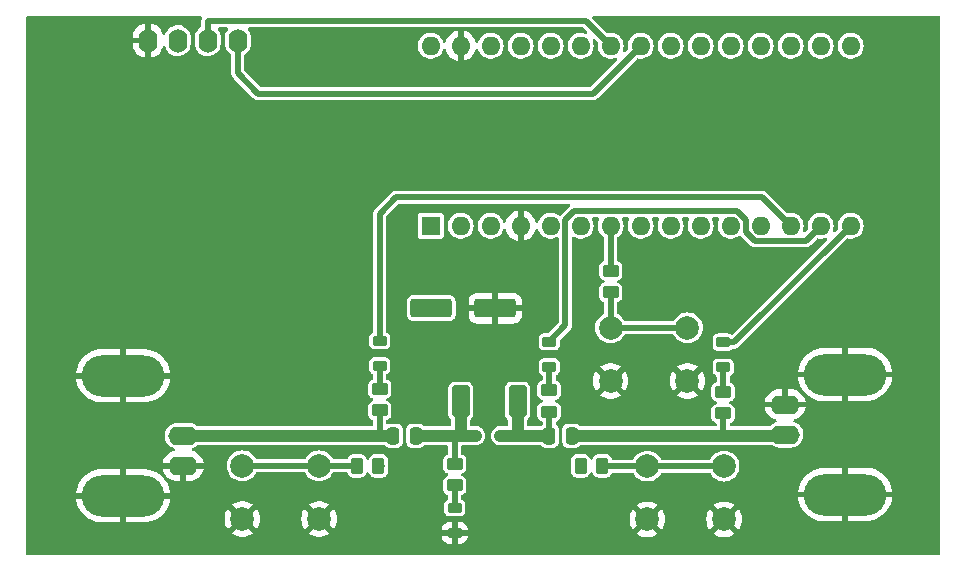
<source format=gbr>
%TF.GenerationSoftware,KiCad,Pcbnew,7.0.10*%
%TF.CreationDate,2024-02-22T19:55:08+01:00*%
%TF.ProjectId,Unibias,556e6962-6961-4732-9e6b-696361645f70,rev?*%
%TF.SameCoordinates,Original*%
%TF.FileFunction,Copper,L1,Top*%
%TF.FilePolarity,Positive*%
%FSLAX46Y46*%
G04 Gerber Fmt 4.6, Leading zero omitted, Abs format (unit mm)*
G04 Created by KiCad (PCBNEW 7.0.10) date 2024-02-22 19:55:08*
%MOMM*%
%LPD*%
G01*
G04 APERTURE LIST*
G04 Aperture macros list*
%AMRoundRect*
0 Rectangle with rounded corners*
0 $1 Rounding radius*
0 $2 $3 $4 $5 $6 $7 $8 $9 X,Y pos of 4 corners*
0 Add a 4 corners polygon primitive as box body*
4,1,4,$2,$3,$4,$5,$6,$7,$8,$9,$2,$3,0*
0 Add four circle primitives for the rounded corners*
1,1,$1+$1,$2,$3*
1,1,$1+$1,$4,$5*
1,1,$1+$1,$6,$7*
1,1,$1+$1,$8,$9*
0 Add four rect primitives between the rounded corners*
20,1,$1+$1,$2,$3,$4,$5,0*
20,1,$1+$1,$4,$5,$6,$7,0*
20,1,$1+$1,$6,$7,$8,$9,0*
20,1,$1+$1,$8,$9,$2,$3,0*%
G04 Aperture macros list end*
%TA.AperFunction,SMDPad,CuDef*%
%ADD10RoundRect,0.250000X-0.500000X-1.100000X0.500000X-1.100000X0.500000X1.100000X-0.500000X1.100000X0*%
%TD*%
%TA.AperFunction,SMDPad,CuDef*%
%ADD11RoundRect,0.112500X-0.187500X-0.112500X0.187500X-0.112500X0.187500X0.112500X-0.187500X0.112500X0*%
%TD*%
%TA.AperFunction,ComponentPad*%
%ADD12O,2.500000X1.600000*%
%TD*%
%TA.AperFunction,ComponentPad*%
%ADD13O,7.000000X3.500000*%
%TD*%
%TA.AperFunction,SMDPad,CuDef*%
%ADD14RoundRect,0.218750X-0.381250X0.218750X-0.381250X-0.218750X0.381250X-0.218750X0.381250X0.218750X0*%
%TD*%
%TA.AperFunction,SMDPad,CuDef*%
%ADD15RoundRect,0.250000X0.250000X0.475000X-0.250000X0.475000X-0.250000X-0.475000X0.250000X-0.475000X0*%
%TD*%
%TA.AperFunction,SMDPad,CuDef*%
%ADD16RoundRect,0.250000X-0.450000X0.262500X-0.450000X-0.262500X0.450000X-0.262500X0.450000X0.262500X0*%
%TD*%
%TA.AperFunction,ComponentPad*%
%ADD17R,1.600000X1.600000*%
%TD*%
%TA.AperFunction,ComponentPad*%
%ADD18O,1.600000X1.600000*%
%TD*%
%TA.AperFunction,ComponentPad*%
%ADD19C,2.000000*%
%TD*%
%TA.AperFunction,ComponentPad*%
%ADD20O,1.600000X2.000000*%
%TD*%
%TA.AperFunction,SMDPad,CuDef*%
%ADD21RoundRect,0.250000X0.262500X0.450000X-0.262500X0.450000X-0.262500X-0.450000X0.262500X-0.450000X0*%
%TD*%
%TA.AperFunction,SMDPad,CuDef*%
%ADD22RoundRect,0.250000X-1.500000X-0.550000X1.500000X-0.550000X1.500000X0.550000X-1.500000X0.550000X0*%
%TD*%
%TA.AperFunction,SMDPad,CuDef*%
%ADD23RoundRect,0.250000X-0.262500X-0.450000X0.262500X-0.450000X0.262500X0.450000X-0.262500X0.450000X0*%
%TD*%
%TA.AperFunction,ViaPad*%
%ADD24C,0.800000*%
%TD*%
%TA.AperFunction,Conductor*%
%ADD25C,0.500000*%
%TD*%
%TA.AperFunction,Conductor*%
%ADD26C,1.000000*%
%TD*%
G04 APERTURE END LIST*
D10*
%TO.P,D2,1,K*%
%TO.N,Net-(D1-K)*%
X157493000Y-93599000D03*
%TO.P,D2,2,A*%
%TO.N,Net-(D1-A)*%
X162293000Y-93599000D03*
%TD*%
D11*
%TO.P,D1,1,K*%
%TO.N,Net-(D1-K)*%
X158750000Y-96520000D03*
%TO.P,D1,2,A*%
%TO.N,Net-(D1-A)*%
X160850000Y-96520000D03*
%TD*%
D12*
%TO.P,J2,1,In*%
%TO.N,Net-(J2-In)*%
X184950000Y-96420000D03*
D13*
%TO.P,J2,2,Ext*%
%TO.N,GND*%
X190030000Y-91340000D03*
D12*
X184950000Y-93880000D03*
D13*
X190030000Y-101500000D03*
%TD*%
D14*
%TO.P,L1,1,1*%
%TO.N,Net-(L1-Pad1)*%
X156972000Y-102616000D03*
%TO.P,L1,2,2*%
%TO.N,GND*%
X156972000Y-104741000D03*
%TD*%
D15*
%TO.P,C1,1*%
%TO.N,Net-(D1-K)*%
X153670000Y-96520000D03*
%TO.P,C1,2*%
%TO.N,Net-(J1-In)*%
X151770000Y-96520000D03*
%TD*%
D16*
%TO.P,R2,1*%
%TO.N,Net-(L2-Pad2)*%
X164973000Y-92663000D03*
%TO.P,R2,2*%
%TO.N,Net-(D1-A)*%
X164973000Y-94488000D03*
%TD*%
%TO.P,R1,1*%
%TO.N,Net-(D1-K)*%
X156972000Y-98909500D03*
%TO.P,R1,2*%
%TO.N,Net-(L1-Pad1)*%
X156972000Y-100734500D03*
%TD*%
D15*
%TO.P,C2,1*%
%TO.N,Net-(J2-In)*%
X166878000Y-96520000D03*
%TO.P,C2,2*%
%TO.N,Net-(D1-A)*%
X164978000Y-96520000D03*
%TD*%
D14*
%TO.P,L2,1,1*%
%TO.N,Net-(A1-D11)*%
X164973000Y-88553000D03*
%TO.P,L2,2,2*%
%TO.N,Net-(L2-Pad2)*%
X164973000Y-90678000D03*
%TD*%
D17*
%TO.P,A1,1,D1/TX*%
%TO.N,unconnected-(A1-D1{slash}TX-Pad1)*%
X154940000Y-78740000D03*
D18*
%TO.P,A1,2,D0/RX*%
%TO.N,unconnected-(A1-D0{slash}RX-Pad2)*%
X157480000Y-78740000D03*
%TO.P,A1,3,~{RESET}*%
%TO.N,unconnected-(A1-~{RESET}-Pad3)*%
X160020000Y-78740000D03*
%TO.P,A1,4,GND*%
%TO.N,GND*%
X162560000Y-78740000D03*
%TO.P,A1,5,D2*%
%TO.N,Net-(A1-D2)*%
X165100000Y-78740000D03*
%TO.P,A1,6,D3*%
%TO.N,Net-(A1-D3)*%
X167640000Y-78740000D03*
%TO.P,A1,7,D4*%
%TO.N,Net-(A1-D4)*%
X170180000Y-78740000D03*
%TO.P,A1,8,D5*%
%TO.N,unconnected-(A1-D5-Pad8)*%
X172720000Y-78740000D03*
%TO.P,A1,9,D6*%
%TO.N,unconnected-(A1-D6-Pad9)*%
X175260000Y-78740000D03*
%TO.P,A1,10,D7*%
%TO.N,unconnected-(A1-D7-Pad10)*%
X177800000Y-78740000D03*
%TO.P,A1,11,D8*%
%TO.N,unconnected-(A1-D8-Pad11)*%
X180340000Y-78740000D03*
%TO.P,A1,12,D9*%
%TO.N,unconnected-(A1-D9-Pad12)*%
X182880000Y-78740000D03*
%TO.P,A1,13,D10*%
%TO.N,Net-(A1-D10)*%
X185420000Y-78740000D03*
%TO.P,A1,14,D11*%
%TO.N,Net-(A1-D11)*%
X187960000Y-78740000D03*
%TO.P,A1,15,D12*%
%TO.N,Net-(A1-D12)*%
X190500000Y-78740000D03*
%TO.P,A1,16,D13*%
%TO.N,unconnected-(A1-D13-Pad16)*%
X190500000Y-63500000D03*
%TO.P,A1,17,3V3*%
%TO.N,unconnected-(A1-3V3-Pad17)*%
X187960000Y-63500000D03*
%TO.P,A1,18,AREF*%
%TO.N,unconnected-(A1-AREF-Pad18)*%
X185420000Y-63500000D03*
%TO.P,A1,19,A0*%
%TO.N,unconnected-(A1-A0-Pad19)*%
X182880000Y-63500000D03*
%TO.P,A1,20,A1*%
%TO.N,unconnected-(A1-A1-Pad20)*%
X180340000Y-63500000D03*
%TO.P,A1,21,A2*%
%TO.N,unconnected-(A1-A2-Pad21)*%
X177800000Y-63500000D03*
%TO.P,A1,22,A3*%
%TO.N,unconnected-(A1-A3-Pad22)*%
X175260000Y-63500000D03*
%TO.P,A1,23,A4*%
%TO.N,Net-(A1-A4)*%
X172720000Y-63500000D03*
%TO.P,A1,24,A5*%
%TO.N,Net-(A1-A5)*%
X170180000Y-63500000D03*
%TO.P,A1,25,A6*%
%TO.N,unconnected-(A1-A6-Pad25)*%
X167640000Y-63500000D03*
%TO.P,A1,26,A7*%
%TO.N,unconnected-(A1-A7-Pad26)*%
X165100000Y-63500000D03*
%TO.P,A1,27,+5V*%
%TO.N,Net-(A1-+5V)*%
X162560000Y-63500000D03*
%TO.P,A1,28,~{RESET}*%
%TO.N,unconnected-(A1-~{RESET}-Pad28)*%
X160020000Y-63500000D03*
%TO.P,A1,29,GND*%
%TO.N,GND*%
X157480000Y-63500000D03*
%TO.P,A1,30,VIN*%
%TO.N,unconnected-(A1-VIN-Pad30)*%
X154940000Y-63500000D03*
%TD*%
D12*
%TO.P,J1,1,In*%
%TO.N,Net-(J1-In)*%
X133980000Y-96520000D03*
D13*
%TO.P,J1,2,Ext*%
%TO.N,GND*%
X128900000Y-101600000D03*
D12*
X133980000Y-99060000D03*
D13*
X128900000Y-91440000D03*
%TD*%
D14*
%TO.P,L3,1,1*%
%TO.N,Net-(A1-D10)*%
X150622000Y-88472500D03*
%TO.P,L3,2,2*%
%TO.N,Net-(L3-Pad2)*%
X150622000Y-90597500D03*
%TD*%
D19*
%TO.P,SW2,1,1*%
%TO.N,GND*%
X179780000Y-103596000D03*
X173280000Y-103596000D03*
%TO.P,SW2,2,2*%
%TO.N,Net-(R6-Pad2)*%
X179780000Y-99096000D03*
X173280000Y-99096000D03*
%TD*%
D16*
%TO.P,R7,1*%
%TO.N,Net-(A1-D4)*%
X170180000Y-82550000D03*
%TO.P,R7,2*%
%TO.N,Net-(R7-Pad2)*%
X170180000Y-84375000D03*
%TD*%
D20*
%TO.P,Brd1,1,GND*%
%TO.N,GND*%
X131000000Y-63060000D03*
%TO.P,Brd1,2,VCC*%
%TO.N,Net-(A1-+5V)*%
X133540000Y-63060000D03*
%TO.P,Brd1,3,SCL*%
%TO.N,Net-(A1-A5)*%
X136080000Y-63060000D03*
%TO.P,Brd1,4,SDA*%
%TO.N,Net-(A1-A4)*%
X138620000Y-63060000D03*
%TD*%
D19*
%TO.P,SW1,1,1*%
%TO.N,GND*%
X145490000Y-103560000D03*
X138990000Y-103560000D03*
%TO.P,SW1,2,2*%
%TO.N,Net-(R5-Pad2)*%
X145490000Y-99060000D03*
X138990000Y-99060000D03*
%TD*%
%TO.P,SW3,1,1*%
%TO.N,GND*%
X176680000Y-91876000D03*
X170180000Y-91876000D03*
%TO.P,SW3,2,2*%
%TO.N,Net-(R7-Pad2)*%
X176680000Y-87376000D03*
X170180000Y-87376000D03*
%TD*%
D16*
%TO.P,R4,1*%
%TO.N,Net-(L4-Pad2)*%
X179705000Y-92813500D03*
%TO.P,R4,2*%
%TO.N,Net-(J2-In)*%
X179705000Y-94638500D03*
%TD*%
D14*
%TO.P,L4,1,1*%
%TO.N,Net-(A1-D12)*%
X179705000Y-88599500D03*
%TO.P,L4,2,2*%
%TO.N,Net-(L4-Pad2)*%
X179705000Y-90724500D03*
%TD*%
D21*
%TO.P,R5,1*%
%TO.N,Net-(A1-D2)*%
X150518500Y-99060000D03*
%TO.P,R5,2*%
%TO.N,Net-(R5-Pad2)*%
X148693500Y-99060000D03*
%TD*%
D16*
%TO.P,R3,1*%
%TO.N,Net-(L3-Pad2)*%
X150622000Y-92559500D03*
%TO.P,R3,2*%
%TO.N,Net-(J1-In)*%
X150622000Y-94384500D03*
%TD*%
D22*
%TO.P,C3,1*%
%TO.N,Net-(A1-+5V)*%
X155001000Y-85725000D03*
%TO.P,C3,2*%
%TO.N,GND*%
X160401000Y-85725000D03*
%TD*%
D23*
%TO.P,R6,1*%
%TO.N,Net-(A1-D3)*%
X167640000Y-99060000D03*
%TO.P,R6,2*%
%TO.N,Net-(R6-Pad2)*%
X169465000Y-99060000D03*
%TD*%
D24*
%TO.N,GND*%
X168656000Y-81280000D03*
X161290000Y-85725000D03*
X196850000Y-80010000D03*
X121920000Y-105410000D03*
X148209000Y-81788000D03*
X121920000Y-62230000D03*
X156972000Y-104775000D03*
X174498000Y-81915000D03*
X159385000Y-85725000D03*
X144653000Y-63373000D03*
X196850000Y-105537000D03*
X196850000Y-62230000D03*
X121412000Y-81534000D03*
X165862000Y-65659000D03*
X165354000Y-81280000D03*
%TO.N,Net-(A1-+5V)*%
X155702000Y-85725000D03*
X154051000Y-85725000D03*
%TO.N,Net-(A1-D3)*%
X167640000Y-99060000D03*
%TO.N,Net-(A1-D2)*%
X150622000Y-99060000D03*
%TD*%
D25*
%TO.N,Net-(A1-D11)*%
X164973000Y-88553000D02*
X166350000Y-87176000D01*
X186690000Y-80010000D02*
X187960000Y-78740000D01*
X166350000Y-87176000D02*
X166350000Y-78252000D01*
X166350000Y-78252000D02*
X167112000Y-77490000D01*
X167112000Y-77490000D02*
X180868000Y-77490000D01*
X182382233Y-80010000D02*
X186690000Y-80010000D01*
X180868000Y-77490000D02*
X181610000Y-78232000D01*
X181610000Y-78232000D02*
X181610000Y-79237767D01*
X181610000Y-79237767D02*
X182382233Y-80010000D01*
D26*
%TO.N,Net-(D1-K)*%
X157493000Y-93599000D02*
X157493000Y-96507000D01*
D25*
X157493000Y-96507000D02*
X157480000Y-96520000D01*
D26*
%TO.N,Net-(D1-A)*%
X164978000Y-96520000D02*
X162306000Y-96520000D01*
D25*
X162293000Y-96507000D02*
X162306000Y-96520000D01*
D26*
X162306000Y-96520000D02*
X160850000Y-96520000D01*
X162293000Y-93599000D02*
X162293000Y-96507000D01*
D25*
%TO.N,Net-(A1-D10)*%
X150622000Y-88472500D02*
X150622000Y-77724000D01*
%TO.N,Net-(L3-Pad2)*%
X150622000Y-90597500D02*
X150622000Y-92559500D01*
%TO.N,Net-(J1-In)*%
X150622000Y-94384500D02*
X150622000Y-96520000D01*
%TO.N,Net-(A1-D12)*%
X190500000Y-78740000D02*
X180640500Y-88599500D01*
X180640500Y-88599500D02*
X179705000Y-88599500D01*
%TO.N,Net-(A1-D10)*%
X152019000Y-76327000D02*
X183007000Y-76327000D01*
X150622000Y-77724000D02*
X152019000Y-76327000D01*
X183007000Y-76327000D02*
X185420000Y-78740000D01*
%TO.N,Net-(A1-A5)*%
X136080000Y-63060000D02*
X136080000Y-61405000D01*
X168085000Y-61405000D02*
X170180000Y-63500000D01*
X136080000Y-61405000D02*
X168085000Y-61405000D01*
%TO.N,Net-(A1-A4)*%
X168656000Y-67564000D02*
X172720000Y-63500000D01*
X138620000Y-63060000D02*
X138620000Y-65849000D01*
X138620000Y-65849000D02*
X140335000Y-67564000D01*
X140335000Y-67564000D02*
X168656000Y-67564000D01*
%TO.N,Net-(A1-D4)*%
X170180000Y-82550000D02*
X170180000Y-78740000D01*
D26*
%TO.N,Net-(J1-In)*%
X150622000Y-96520000D02*
X151770000Y-96520000D01*
X133350000Y-96520000D02*
X150622000Y-96520000D01*
D25*
%TO.N,Net-(D1-K)*%
X156972000Y-98909500D02*
X156972000Y-96520000D01*
D26*
X156972000Y-96520000D02*
X153670000Y-96520000D01*
X157480000Y-96520000D02*
X156972000Y-96520000D01*
X158750000Y-96520000D02*
X157480000Y-96520000D01*
D25*
%TO.N,Net-(D1-A)*%
X164973000Y-96515000D02*
X164978000Y-96520000D01*
X164973000Y-94488000D02*
X164973000Y-96515000D01*
%TO.N,Net-(J2-In)*%
X179705000Y-94638500D02*
X179705000Y-96393000D01*
X184850000Y-96520000D02*
X184950000Y-96420000D01*
D26*
X166878000Y-96520000D02*
X179578000Y-96520000D01*
D25*
X179705000Y-96393000D02*
X179578000Y-96520000D01*
D26*
X179578000Y-96520000D02*
X184850000Y-96520000D01*
D25*
%TO.N,Net-(L1-Pad1)*%
X156972000Y-100734500D02*
X156972000Y-102616000D01*
%TO.N,Net-(L2-Pad2)*%
X164973000Y-90678000D02*
X164973000Y-92663000D01*
%TO.N,Net-(L4-Pad2)*%
X179705000Y-90724500D02*
X179705000Y-92813500D01*
%TO.N,Net-(R5-Pad2)*%
X138990000Y-99060000D02*
X145490000Y-99060000D01*
X145490000Y-99060000D02*
X148693500Y-99060000D01*
%TO.N,Net-(R6-Pad2)*%
X173280000Y-99096000D02*
X169501000Y-99096000D01*
X169501000Y-99096000D02*
X169465000Y-99060000D01*
X179780000Y-99096000D02*
X173280000Y-99096000D01*
%TO.N,Net-(R7-Pad2)*%
X176680000Y-87376000D02*
X170180000Y-87376000D01*
X170180000Y-87376000D02*
X170180000Y-84375000D01*
%TD*%
%TA.AperFunction,Conductor*%
%TO.N,GND*%
G36*
X135536227Y-61005185D02*
G01*
X135581982Y-61057989D01*
X135591926Y-61127147D01*
X135586019Y-61151050D01*
X135584494Y-61155338D01*
X135573617Y-61178206D01*
X135570330Y-61183610D01*
X135570328Y-61183616D01*
X135556132Y-61234280D01*
X135553572Y-61242344D01*
X135535946Y-61291941D01*
X135535514Y-61298259D01*
X135531206Y-61323243D01*
X135529500Y-61329329D01*
X135529500Y-61381944D01*
X135529211Y-61390406D01*
X135525618Y-61442918D01*
X135525619Y-61442920D01*
X135526906Y-61449113D01*
X135529500Y-61474344D01*
X135529500Y-61837073D01*
X135509815Y-61904112D01*
X135477427Y-61938080D01*
X135356052Y-62024510D01*
X135356040Y-62024520D01*
X135211014Y-62176620D01*
X135097388Y-62353425D01*
X135019274Y-62548544D01*
X134999570Y-62650782D01*
X134979500Y-62754915D01*
X134979500Y-63312425D01*
X134994472Y-63469218D01*
X135053684Y-63670875D01*
X135112344Y-63784660D01*
X135149991Y-63857686D01*
X135279905Y-64022883D01*
X135279909Y-64022887D01*
X135438746Y-64160521D01*
X135620750Y-64265601D01*
X135620752Y-64265601D01*
X135620756Y-64265604D01*
X135819367Y-64334344D01*
X136027398Y-64364254D01*
X136237330Y-64354254D01*
X136441576Y-64304704D01*
X136540215Y-64259657D01*
X136632743Y-64217401D01*
X136632746Y-64217399D01*
X136632753Y-64217396D01*
X136803952Y-64095486D01*
X136816982Y-64081821D01*
X136930856Y-63962391D01*
X136948986Y-63943378D01*
X137062613Y-63766572D01*
X137140725Y-63571457D01*
X137180500Y-63365085D01*
X137180500Y-62807575D01*
X137165528Y-62650782D01*
X137106316Y-62449125D01*
X137010011Y-62262318D01*
X137010009Y-62262316D01*
X137010008Y-62262313D01*
X136926521Y-62156152D01*
X136900553Y-62091288D01*
X136913775Y-62022680D01*
X136961990Y-61972113D01*
X137023991Y-61955500D01*
X137672286Y-61955500D01*
X137739325Y-61975185D01*
X137785080Y-62027989D01*
X137795024Y-62097147D01*
X137765999Y-62160703D01*
X137762029Y-62165070D01*
X137751012Y-62176623D01*
X137637388Y-62353425D01*
X137559274Y-62548544D01*
X137539570Y-62650782D01*
X137519500Y-62754915D01*
X137519500Y-63312425D01*
X137534472Y-63469218D01*
X137593684Y-63670875D01*
X137652344Y-63784660D01*
X137689991Y-63857686D01*
X137819905Y-64022883D01*
X137819909Y-64022887D01*
X137861187Y-64058655D01*
X137978744Y-64160519D01*
X138007500Y-64177121D01*
X138055714Y-64227685D01*
X138069500Y-64284508D01*
X138069500Y-65837477D01*
X138069428Y-65841709D01*
X138067238Y-65905829D01*
X138076963Y-65945733D01*
X138079334Y-65958208D01*
X138084930Y-65998920D01*
X138092079Y-66015379D01*
X138098819Y-66035420D01*
X138103067Y-66052852D01*
X138103067Y-66052853D01*
X138123206Y-66088671D01*
X138128846Y-66100025D01*
X138140854Y-66127670D01*
X138145221Y-66137723D01*
X138156541Y-66151636D01*
X138168439Y-66169117D01*
X138177234Y-66184760D01*
X138177236Y-66184761D01*
X138206286Y-66213811D01*
X138214784Y-66223226D01*
X138240722Y-66255108D01*
X138255381Y-66265455D01*
X138271552Y-66279077D01*
X139937578Y-67945102D01*
X139940521Y-67948147D01*
X139984317Y-67995041D01*
X139984317Y-67995042D01*
X139984319Y-67995043D01*
X139984320Y-67995044D01*
X140019439Y-68016399D01*
X140029913Y-68023529D01*
X140062658Y-68048361D01*
X140079353Y-68054944D01*
X140098290Y-68064351D01*
X140113618Y-68073672D01*
X140135436Y-68079785D01*
X140153183Y-68084758D01*
X140165213Y-68088803D01*
X140203436Y-68103876D01*
X140221287Y-68105711D01*
X140242052Y-68109657D01*
X140259335Y-68114500D01*
X140300418Y-68114500D01*
X140313098Y-68115150D01*
X140353971Y-68119352D01*
X140371655Y-68116303D01*
X140392723Y-68114500D01*
X168644478Y-68114500D01*
X168648710Y-68114572D01*
X168650674Y-68114639D01*
X168712826Y-68116762D01*
X168752755Y-68107030D01*
X168765192Y-68104667D01*
X168805920Y-68099070D01*
X168822383Y-68091918D01*
X168842416Y-68085181D01*
X168859852Y-68080933D01*
X168895695Y-68060778D01*
X168907015Y-68055157D01*
X168944720Y-68038780D01*
X168958632Y-68027460D01*
X168976123Y-68015557D01*
X168991755Y-68006768D01*
X168991753Y-68006768D01*
X168991759Y-68006766D01*
X169020822Y-67977701D01*
X169030229Y-67969212D01*
X169062108Y-67943278D01*
X169072456Y-67928616D01*
X169086074Y-67912449D01*
X172386456Y-64612067D01*
X172447777Y-64578584D01*
X172496915Y-64577861D01*
X172618024Y-64600500D01*
X172618026Y-64600500D01*
X172821974Y-64600500D01*
X172821976Y-64600500D01*
X173022456Y-64563024D01*
X173212637Y-64489348D01*
X173386041Y-64381981D01*
X173536764Y-64244579D01*
X173659673Y-64081821D01*
X173750582Y-63899250D01*
X173806397Y-63703083D01*
X173825215Y-63500000D01*
X174154785Y-63500000D01*
X174173602Y-63703082D01*
X174229417Y-63899247D01*
X174229422Y-63899260D01*
X174320327Y-64081821D01*
X174443237Y-64244581D01*
X174593958Y-64381980D01*
X174593960Y-64381982D01*
X174693141Y-64443392D01*
X174767363Y-64489348D01*
X174957544Y-64563024D01*
X175158024Y-64600500D01*
X175158026Y-64600500D01*
X175361974Y-64600500D01*
X175361976Y-64600500D01*
X175562456Y-64563024D01*
X175752637Y-64489348D01*
X175926041Y-64381981D01*
X176076764Y-64244579D01*
X176199673Y-64081821D01*
X176290582Y-63899250D01*
X176346397Y-63703083D01*
X176365215Y-63500000D01*
X176694785Y-63500000D01*
X176713602Y-63703082D01*
X176769417Y-63899247D01*
X176769422Y-63899260D01*
X176860327Y-64081821D01*
X176983237Y-64244581D01*
X177133958Y-64381980D01*
X177133960Y-64381982D01*
X177233141Y-64443392D01*
X177307363Y-64489348D01*
X177497544Y-64563024D01*
X177698024Y-64600500D01*
X177698026Y-64600500D01*
X177901974Y-64600500D01*
X177901976Y-64600500D01*
X178102456Y-64563024D01*
X178292637Y-64489348D01*
X178466041Y-64381981D01*
X178616764Y-64244579D01*
X178739673Y-64081821D01*
X178830582Y-63899250D01*
X178886397Y-63703083D01*
X178905215Y-63500000D01*
X179234785Y-63500000D01*
X179253602Y-63703082D01*
X179309417Y-63899247D01*
X179309422Y-63899260D01*
X179400327Y-64081821D01*
X179523237Y-64244581D01*
X179673958Y-64381980D01*
X179673960Y-64381982D01*
X179773141Y-64443392D01*
X179847363Y-64489348D01*
X180037544Y-64563024D01*
X180238024Y-64600500D01*
X180238026Y-64600500D01*
X180441974Y-64600500D01*
X180441976Y-64600500D01*
X180642456Y-64563024D01*
X180832637Y-64489348D01*
X181006041Y-64381981D01*
X181156764Y-64244579D01*
X181279673Y-64081821D01*
X181370582Y-63899250D01*
X181426397Y-63703083D01*
X181445215Y-63500000D01*
X181774785Y-63500000D01*
X181793602Y-63703082D01*
X181849417Y-63899247D01*
X181849422Y-63899260D01*
X181940327Y-64081821D01*
X182063237Y-64244581D01*
X182213958Y-64381980D01*
X182213960Y-64381982D01*
X182313141Y-64443392D01*
X182387363Y-64489348D01*
X182577544Y-64563024D01*
X182778024Y-64600500D01*
X182778026Y-64600500D01*
X182981974Y-64600500D01*
X182981976Y-64600500D01*
X183182456Y-64563024D01*
X183372637Y-64489348D01*
X183546041Y-64381981D01*
X183696764Y-64244579D01*
X183819673Y-64081821D01*
X183910582Y-63899250D01*
X183966397Y-63703083D01*
X183985215Y-63500000D01*
X184314785Y-63500000D01*
X184333602Y-63703082D01*
X184389417Y-63899247D01*
X184389422Y-63899260D01*
X184480327Y-64081821D01*
X184603237Y-64244581D01*
X184753958Y-64381980D01*
X184753960Y-64381982D01*
X184853141Y-64443392D01*
X184927363Y-64489348D01*
X185117544Y-64563024D01*
X185318024Y-64600500D01*
X185318026Y-64600500D01*
X185521974Y-64600500D01*
X185521976Y-64600500D01*
X185722456Y-64563024D01*
X185912637Y-64489348D01*
X186086041Y-64381981D01*
X186236764Y-64244579D01*
X186359673Y-64081821D01*
X186450582Y-63899250D01*
X186506397Y-63703083D01*
X186525215Y-63500000D01*
X186854785Y-63500000D01*
X186873602Y-63703082D01*
X186929417Y-63899247D01*
X186929422Y-63899260D01*
X187020327Y-64081821D01*
X187143237Y-64244581D01*
X187293958Y-64381980D01*
X187293960Y-64381982D01*
X187393141Y-64443392D01*
X187467363Y-64489348D01*
X187657544Y-64563024D01*
X187858024Y-64600500D01*
X187858026Y-64600500D01*
X188061974Y-64600500D01*
X188061976Y-64600500D01*
X188262456Y-64563024D01*
X188452637Y-64489348D01*
X188626041Y-64381981D01*
X188776764Y-64244579D01*
X188899673Y-64081821D01*
X188990582Y-63899250D01*
X189046397Y-63703083D01*
X189065215Y-63500000D01*
X189394785Y-63500000D01*
X189413602Y-63703082D01*
X189469417Y-63899247D01*
X189469422Y-63899260D01*
X189560327Y-64081821D01*
X189683237Y-64244581D01*
X189833958Y-64381980D01*
X189833960Y-64381982D01*
X189933141Y-64443392D01*
X190007363Y-64489348D01*
X190197544Y-64563024D01*
X190398024Y-64600500D01*
X190398026Y-64600500D01*
X190601974Y-64600500D01*
X190601976Y-64600500D01*
X190802456Y-64563024D01*
X190992637Y-64489348D01*
X191166041Y-64381981D01*
X191316764Y-64244579D01*
X191439673Y-64081821D01*
X191530582Y-63899250D01*
X191586397Y-63703083D01*
X191605215Y-63500000D01*
X191586397Y-63296917D01*
X191530582Y-63100750D01*
X191528437Y-63096443D01*
X191464539Y-62968117D01*
X191439673Y-62918179D01*
X191316764Y-62755421D01*
X191316762Y-62755418D01*
X191166041Y-62618019D01*
X191166039Y-62618017D01*
X190992642Y-62510655D01*
X190992635Y-62510651D01*
X190858514Y-62458693D01*
X190802456Y-62436976D01*
X190601976Y-62399500D01*
X190398024Y-62399500D01*
X190197544Y-62436976D01*
X190197541Y-62436976D01*
X190197541Y-62436977D01*
X190007364Y-62510651D01*
X190007357Y-62510655D01*
X189833960Y-62618017D01*
X189833958Y-62618019D01*
X189683237Y-62755418D01*
X189560327Y-62918178D01*
X189469422Y-63100739D01*
X189469417Y-63100752D01*
X189413602Y-63296917D01*
X189394785Y-63499999D01*
X189394785Y-63500000D01*
X189065215Y-63500000D01*
X189046397Y-63296917D01*
X188990582Y-63100750D01*
X188988437Y-63096443D01*
X188924539Y-62968117D01*
X188899673Y-62918179D01*
X188776764Y-62755421D01*
X188776762Y-62755418D01*
X188626041Y-62618019D01*
X188626039Y-62618017D01*
X188452642Y-62510655D01*
X188452635Y-62510651D01*
X188318514Y-62458693D01*
X188262456Y-62436976D01*
X188061976Y-62399500D01*
X187858024Y-62399500D01*
X187657544Y-62436976D01*
X187657541Y-62436976D01*
X187657541Y-62436977D01*
X187467364Y-62510651D01*
X187467357Y-62510655D01*
X187293960Y-62618017D01*
X187293958Y-62618019D01*
X187143237Y-62755418D01*
X187020327Y-62918178D01*
X186929422Y-63100739D01*
X186929417Y-63100752D01*
X186873602Y-63296917D01*
X186854785Y-63499999D01*
X186854785Y-63500000D01*
X186525215Y-63500000D01*
X186506397Y-63296917D01*
X186450582Y-63100750D01*
X186448437Y-63096443D01*
X186384539Y-62968117D01*
X186359673Y-62918179D01*
X186236764Y-62755421D01*
X186236762Y-62755418D01*
X186086041Y-62618019D01*
X186086039Y-62618017D01*
X185912642Y-62510655D01*
X185912635Y-62510651D01*
X185778514Y-62458693D01*
X185722456Y-62436976D01*
X185521976Y-62399500D01*
X185318024Y-62399500D01*
X185117544Y-62436976D01*
X185117541Y-62436976D01*
X185117541Y-62436977D01*
X184927364Y-62510651D01*
X184927357Y-62510655D01*
X184753960Y-62618017D01*
X184753958Y-62618019D01*
X184603237Y-62755418D01*
X184480327Y-62918178D01*
X184389422Y-63100739D01*
X184389417Y-63100752D01*
X184333602Y-63296917D01*
X184314785Y-63499999D01*
X184314785Y-63500000D01*
X183985215Y-63500000D01*
X183966397Y-63296917D01*
X183910582Y-63100750D01*
X183908437Y-63096443D01*
X183844539Y-62968117D01*
X183819673Y-62918179D01*
X183696764Y-62755421D01*
X183696762Y-62755418D01*
X183546041Y-62618019D01*
X183546039Y-62618017D01*
X183372642Y-62510655D01*
X183372635Y-62510651D01*
X183238514Y-62458693D01*
X183182456Y-62436976D01*
X182981976Y-62399500D01*
X182778024Y-62399500D01*
X182577544Y-62436976D01*
X182577541Y-62436976D01*
X182577541Y-62436977D01*
X182387364Y-62510651D01*
X182387357Y-62510655D01*
X182213960Y-62618017D01*
X182213958Y-62618019D01*
X182063237Y-62755418D01*
X181940327Y-62918178D01*
X181849422Y-63100739D01*
X181849417Y-63100752D01*
X181793602Y-63296917D01*
X181774785Y-63499999D01*
X181774785Y-63500000D01*
X181445215Y-63500000D01*
X181426397Y-63296917D01*
X181370582Y-63100750D01*
X181368437Y-63096443D01*
X181304539Y-62968117D01*
X181279673Y-62918179D01*
X181156764Y-62755421D01*
X181156762Y-62755418D01*
X181006041Y-62618019D01*
X181006039Y-62618017D01*
X180832642Y-62510655D01*
X180832635Y-62510651D01*
X180698514Y-62458693D01*
X180642456Y-62436976D01*
X180441976Y-62399500D01*
X180238024Y-62399500D01*
X180037544Y-62436976D01*
X180037541Y-62436976D01*
X180037541Y-62436977D01*
X179847364Y-62510651D01*
X179847357Y-62510655D01*
X179673960Y-62618017D01*
X179673958Y-62618019D01*
X179523237Y-62755418D01*
X179400327Y-62918178D01*
X179309422Y-63100739D01*
X179309417Y-63100752D01*
X179253602Y-63296917D01*
X179234785Y-63499999D01*
X179234785Y-63500000D01*
X178905215Y-63500000D01*
X178886397Y-63296917D01*
X178830582Y-63100750D01*
X178828437Y-63096443D01*
X178764539Y-62968117D01*
X178739673Y-62918179D01*
X178616764Y-62755421D01*
X178616762Y-62755418D01*
X178466041Y-62618019D01*
X178466039Y-62618017D01*
X178292642Y-62510655D01*
X178292635Y-62510651D01*
X178158514Y-62458693D01*
X178102456Y-62436976D01*
X177901976Y-62399500D01*
X177698024Y-62399500D01*
X177497544Y-62436976D01*
X177497541Y-62436976D01*
X177497541Y-62436977D01*
X177307364Y-62510651D01*
X177307357Y-62510655D01*
X177133960Y-62618017D01*
X177133958Y-62618019D01*
X176983237Y-62755418D01*
X176860327Y-62918178D01*
X176769422Y-63100739D01*
X176769417Y-63100752D01*
X176713602Y-63296917D01*
X176694785Y-63499999D01*
X176694785Y-63500000D01*
X176365215Y-63500000D01*
X176346397Y-63296917D01*
X176290582Y-63100750D01*
X176288437Y-63096443D01*
X176224539Y-62968117D01*
X176199673Y-62918179D01*
X176076764Y-62755421D01*
X176076762Y-62755418D01*
X175926041Y-62618019D01*
X175926039Y-62618017D01*
X175752642Y-62510655D01*
X175752635Y-62510651D01*
X175618514Y-62458693D01*
X175562456Y-62436976D01*
X175361976Y-62399500D01*
X175158024Y-62399500D01*
X174957544Y-62436976D01*
X174957541Y-62436976D01*
X174957541Y-62436977D01*
X174767364Y-62510651D01*
X174767357Y-62510655D01*
X174593960Y-62618017D01*
X174593958Y-62618019D01*
X174443237Y-62755418D01*
X174320327Y-62918178D01*
X174229422Y-63100739D01*
X174229417Y-63100752D01*
X174173602Y-63296917D01*
X174154785Y-63499999D01*
X174154785Y-63500000D01*
X173825215Y-63500000D01*
X173806397Y-63296917D01*
X173750582Y-63100750D01*
X173748437Y-63096443D01*
X173684539Y-62968117D01*
X173659673Y-62918179D01*
X173536764Y-62755421D01*
X173536762Y-62755418D01*
X173386041Y-62618019D01*
X173386039Y-62618017D01*
X173212642Y-62510655D01*
X173212635Y-62510651D01*
X173078514Y-62458693D01*
X173022456Y-62436976D01*
X172821976Y-62399500D01*
X172618024Y-62399500D01*
X172417544Y-62436976D01*
X172417541Y-62436976D01*
X172417541Y-62436977D01*
X172227364Y-62510651D01*
X172227357Y-62510655D01*
X172053960Y-62618017D01*
X172053958Y-62618019D01*
X171903237Y-62755418D01*
X171780327Y-62918178D01*
X171689422Y-63100739D01*
X171689417Y-63100752D01*
X171633602Y-63296917D01*
X171614785Y-63499999D01*
X171614785Y-63500000D01*
X171633602Y-63703081D01*
X171636873Y-63714577D01*
X171636283Y-63784444D01*
X171605286Y-63836187D01*
X171416303Y-64025170D01*
X171354980Y-64058655D01*
X171285288Y-64053671D01*
X171229355Y-64011799D01*
X171204938Y-63946335D01*
X171209356Y-63903554D01*
X171210578Y-63899256D01*
X171210582Y-63899250D01*
X171266397Y-63703083D01*
X171285215Y-63500000D01*
X171266397Y-63296917D01*
X171210582Y-63100750D01*
X171208437Y-63096443D01*
X171144539Y-62968117D01*
X171119673Y-62918179D01*
X170996764Y-62755421D01*
X170996762Y-62755418D01*
X170846041Y-62618019D01*
X170846039Y-62618017D01*
X170672642Y-62510655D01*
X170672635Y-62510651D01*
X170538514Y-62458693D01*
X170482456Y-62436976D01*
X170281976Y-62399500D01*
X170078024Y-62399500D01*
X170026923Y-62409052D01*
X169956919Y-62422138D01*
X169887404Y-62415107D01*
X169846454Y-62387930D01*
X168655706Y-61197181D01*
X168622221Y-61135858D01*
X168627205Y-61066166D01*
X168669077Y-61010233D01*
X168734541Y-60985816D01*
X168743387Y-60985500D01*
X197970500Y-60985500D01*
X198037539Y-61005185D01*
X198083294Y-61057989D01*
X198094500Y-61109500D01*
X198094500Y-106530500D01*
X198074815Y-106597539D01*
X198022011Y-106643294D01*
X197970500Y-106654500D01*
X120799500Y-106654500D01*
X120732461Y-106634815D01*
X120686706Y-106582011D01*
X120675500Y-106530500D01*
X120675500Y-101350000D01*
X124910385Y-101350000D01*
X127926589Y-101350000D01*
X127901466Y-101447030D01*
X127891114Y-101651165D01*
X127921574Y-101850000D01*
X124913793Y-101850000D01*
X124926375Y-101975076D01*
X124926376Y-101975079D01*
X124996208Y-102268107D01*
X124996210Y-102268116D01*
X125104474Y-102549216D01*
X125104481Y-102549231D01*
X125249248Y-102813395D01*
X125249252Y-102813401D01*
X125427935Y-103055911D01*
X125637355Y-103272451D01*
X125637362Y-103272457D01*
X125873768Y-103459145D01*
X126132948Y-103612657D01*
X126132966Y-103612666D01*
X126410283Y-103730260D01*
X126410300Y-103730265D01*
X126700826Y-103809848D01*
X126999384Y-103850000D01*
X128650000Y-103850000D01*
X128650000Y-102574625D01*
X128797801Y-102605000D01*
X128950967Y-102605000D01*
X129103348Y-102589504D01*
X129150000Y-102574867D01*
X129150000Y-103850000D01*
X130725236Y-103850000D01*
X130950564Y-103834915D01*
X130950573Y-103834913D01*
X131245758Y-103774916D01*
X131245773Y-103774912D01*
X131530343Y-103676098D01*
X131530346Y-103676096D01*
X131760084Y-103560005D01*
X137484859Y-103560005D01*
X137505385Y-103807729D01*
X137505387Y-103807738D01*
X137566412Y-104048717D01*
X137666266Y-104276364D01*
X137766564Y-104429882D01*
X138464070Y-103732376D01*
X138466884Y-103745915D01*
X138536442Y-103880156D01*
X138639638Y-103990652D01*
X138768819Y-104069209D01*
X138820002Y-104083549D01*
X138119942Y-104783609D01*
X138166768Y-104820055D01*
X138166770Y-104820056D01*
X138385385Y-104938364D01*
X138385396Y-104938369D01*
X138620506Y-105019083D01*
X138865707Y-105060000D01*
X139114293Y-105060000D01*
X139359493Y-105019083D01*
X139594603Y-104938369D01*
X139594614Y-104938364D01*
X139813228Y-104820057D01*
X139813231Y-104820055D01*
X139860056Y-104783609D01*
X139161568Y-104085121D01*
X139278458Y-104034349D01*
X139395739Y-103938934D01*
X139482928Y-103815415D01*
X139513354Y-103729802D01*
X140213434Y-104429882D01*
X140313731Y-104276369D01*
X140413587Y-104048717D01*
X140474612Y-103807738D01*
X140474614Y-103807729D01*
X140495141Y-103560005D01*
X143984859Y-103560005D01*
X144005385Y-103807729D01*
X144005387Y-103807738D01*
X144066412Y-104048717D01*
X144166266Y-104276364D01*
X144266564Y-104429882D01*
X144964070Y-103732376D01*
X144966884Y-103745915D01*
X145036442Y-103880156D01*
X145139638Y-103990652D01*
X145268819Y-104069209D01*
X145320002Y-104083549D01*
X144619942Y-104783609D01*
X144666768Y-104820055D01*
X144666770Y-104820056D01*
X144885385Y-104938364D01*
X144885396Y-104938369D01*
X145120506Y-105019083D01*
X145365707Y-105060000D01*
X145614293Y-105060000D01*
X145859493Y-105019083D01*
X145941295Y-104991000D01*
X155872001Y-104991000D01*
X155872001Y-105007652D01*
X155882056Y-105106083D01*
X155934906Y-105265572D01*
X155934908Y-105265577D01*
X156023114Y-105408580D01*
X156141919Y-105527385D01*
X156284922Y-105615591D01*
X156284927Y-105615593D01*
X156444416Y-105668442D01*
X156542855Y-105678499D01*
X156721999Y-105678499D01*
X156722000Y-105678498D01*
X156722000Y-104991000D01*
X157222000Y-104991000D01*
X157222000Y-105678499D01*
X157401136Y-105678499D01*
X157401152Y-105678498D01*
X157499583Y-105668443D01*
X157659072Y-105615593D01*
X157659077Y-105615591D01*
X157802080Y-105527385D01*
X157920885Y-105408580D01*
X158009091Y-105265577D01*
X158009093Y-105265572D01*
X158061942Y-105106083D01*
X158071999Y-105007650D01*
X158072000Y-105007637D01*
X158072000Y-104991000D01*
X157222000Y-104991000D01*
X156722000Y-104991000D01*
X155872001Y-104991000D01*
X145941295Y-104991000D01*
X146094603Y-104938369D01*
X146094614Y-104938364D01*
X146313228Y-104820057D01*
X146313231Y-104820055D01*
X146360056Y-104783609D01*
X146067447Y-104491000D01*
X155872000Y-104491000D01*
X156722000Y-104491000D01*
X156722000Y-103803500D01*
X157222000Y-103803500D01*
X157222000Y-104491000D01*
X158071999Y-104491000D01*
X158071999Y-104474364D01*
X158071998Y-104474347D01*
X158061943Y-104375916D01*
X158009093Y-104216427D01*
X158009091Y-104216422D01*
X157920885Y-104073419D01*
X157802080Y-103954614D01*
X157659077Y-103866408D01*
X157659072Y-103866406D01*
X157499583Y-103813557D01*
X157401150Y-103803500D01*
X157222000Y-103803500D01*
X156722000Y-103803500D01*
X156542865Y-103803500D01*
X156542846Y-103803501D01*
X156444416Y-103813556D01*
X156284927Y-103866406D01*
X156284922Y-103866408D01*
X156141919Y-103954614D01*
X156023114Y-104073419D01*
X155934908Y-104216422D01*
X155934906Y-104216427D01*
X155882057Y-104375916D01*
X155872000Y-104474349D01*
X155872000Y-104491000D01*
X146067447Y-104491000D01*
X145661568Y-104085121D01*
X145778458Y-104034349D01*
X145895739Y-103938934D01*
X145982928Y-103815415D01*
X146013354Y-103729802D01*
X146713434Y-104429882D01*
X146813731Y-104276369D01*
X146913587Y-104048717D01*
X146974612Y-103807738D01*
X146974614Y-103807729D01*
X146992158Y-103596005D01*
X171774859Y-103596005D01*
X171795385Y-103843729D01*
X171795387Y-103843738D01*
X171856412Y-104084717D01*
X171956266Y-104312364D01*
X172056564Y-104465882D01*
X172754070Y-103768376D01*
X172756884Y-103781915D01*
X172826442Y-103916156D01*
X172929638Y-104026652D01*
X173058819Y-104105209D01*
X173110002Y-104119549D01*
X172409942Y-104819609D01*
X172456768Y-104856055D01*
X172456770Y-104856056D01*
X172675385Y-104974364D01*
X172675396Y-104974369D01*
X172910506Y-105055083D01*
X173155707Y-105096000D01*
X173404293Y-105096000D01*
X173649493Y-105055083D01*
X173884603Y-104974369D01*
X173884614Y-104974364D01*
X174103228Y-104856057D01*
X174103231Y-104856055D01*
X174150056Y-104819609D01*
X173451568Y-104121121D01*
X173568458Y-104070349D01*
X173685739Y-103974934D01*
X173772928Y-103851415D01*
X173803354Y-103765802D01*
X174503434Y-104465882D01*
X174603731Y-104312369D01*
X174703587Y-104084717D01*
X174764612Y-103843738D01*
X174764614Y-103843729D01*
X174785141Y-103596005D01*
X178274859Y-103596005D01*
X178295385Y-103843729D01*
X178295387Y-103843738D01*
X178356412Y-104084717D01*
X178456266Y-104312364D01*
X178556564Y-104465882D01*
X179254070Y-103768376D01*
X179256884Y-103781915D01*
X179326442Y-103916156D01*
X179429638Y-104026652D01*
X179558819Y-104105209D01*
X179610002Y-104119549D01*
X178909942Y-104819609D01*
X178956768Y-104856055D01*
X178956770Y-104856056D01*
X179175385Y-104974364D01*
X179175396Y-104974369D01*
X179410506Y-105055083D01*
X179655707Y-105096000D01*
X179904293Y-105096000D01*
X180149493Y-105055083D01*
X180384603Y-104974369D01*
X180384614Y-104974364D01*
X180603228Y-104856057D01*
X180603231Y-104856055D01*
X180650056Y-104819609D01*
X179951568Y-104121121D01*
X180068458Y-104070349D01*
X180185739Y-103974934D01*
X180272928Y-103851415D01*
X180303354Y-103765802D01*
X181003434Y-104465882D01*
X181103731Y-104312369D01*
X181203587Y-104084717D01*
X181264612Y-103843738D01*
X181264614Y-103843729D01*
X181285141Y-103596005D01*
X181285141Y-103595994D01*
X181264614Y-103348270D01*
X181264612Y-103348261D01*
X181203587Y-103107282D01*
X181103731Y-102879630D01*
X181003434Y-102726116D01*
X180305929Y-103423622D01*
X180303116Y-103410085D01*
X180233558Y-103275844D01*
X180130362Y-103165348D01*
X180001181Y-103086791D01*
X179949997Y-103072450D01*
X180650057Y-102372390D01*
X180650056Y-102372389D01*
X180603229Y-102335943D01*
X180384614Y-102217635D01*
X180384603Y-102217630D01*
X180149493Y-102136916D01*
X179904293Y-102096000D01*
X179655707Y-102096000D01*
X179410506Y-102136916D01*
X179175396Y-102217630D01*
X179175390Y-102217632D01*
X178956761Y-102335949D01*
X178909942Y-102372388D01*
X178909942Y-102372390D01*
X179608431Y-103070878D01*
X179491542Y-103121651D01*
X179374261Y-103217066D01*
X179287072Y-103340585D01*
X179256645Y-103426197D01*
X178556564Y-102726116D01*
X178456267Y-102879632D01*
X178356412Y-103107282D01*
X178295387Y-103348261D01*
X178295385Y-103348270D01*
X178274859Y-103595994D01*
X178274859Y-103596005D01*
X174785141Y-103596005D01*
X174785141Y-103595994D01*
X174764614Y-103348270D01*
X174764612Y-103348261D01*
X174703587Y-103107282D01*
X174603731Y-102879630D01*
X174503434Y-102726116D01*
X173805929Y-103423622D01*
X173803116Y-103410085D01*
X173733558Y-103275844D01*
X173630362Y-103165348D01*
X173501181Y-103086791D01*
X173449997Y-103072450D01*
X174150057Y-102372390D01*
X174150056Y-102372389D01*
X174103229Y-102335943D01*
X173884614Y-102217635D01*
X173884603Y-102217630D01*
X173649493Y-102136916D01*
X173404293Y-102096000D01*
X173155707Y-102096000D01*
X172910506Y-102136916D01*
X172675396Y-102217630D01*
X172675390Y-102217632D01*
X172456761Y-102335949D01*
X172409942Y-102372388D01*
X172409942Y-102372390D01*
X173108431Y-103070878D01*
X172991542Y-103121651D01*
X172874261Y-103217066D01*
X172787072Y-103340585D01*
X172756645Y-103426197D01*
X172056564Y-102726116D01*
X171956267Y-102879632D01*
X171856412Y-103107282D01*
X171795387Y-103348261D01*
X171795385Y-103348270D01*
X171774859Y-103595994D01*
X171774859Y-103596005D01*
X146992158Y-103596005D01*
X146995141Y-103560005D01*
X146995141Y-103559994D01*
X146974614Y-103312270D01*
X146974612Y-103312261D01*
X146913587Y-103071282D01*
X146813731Y-102843630D01*
X146713434Y-102690116D01*
X146015929Y-103387622D01*
X146013116Y-103374085D01*
X145943558Y-103239844D01*
X145840362Y-103129348D01*
X145711181Y-103050791D01*
X145659997Y-103036450D01*
X146360057Y-102336390D01*
X146360056Y-102336389D01*
X146313229Y-102299943D01*
X146094614Y-102181635D01*
X146094603Y-102181630D01*
X145859493Y-102100916D01*
X145614293Y-102060000D01*
X145365707Y-102060000D01*
X145120506Y-102100916D01*
X144885396Y-102181630D01*
X144885390Y-102181632D01*
X144666761Y-102299949D01*
X144619942Y-102336388D01*
X144619942Y-102336390D01*
X145318431Y-103034878D01*
X145201542Y-103085651D01*
X145084261Y-103181066D01*
X144997072Y-103304585D01*
X144966645Y-103390197D01*
X144266564Y-102690116D01*
X144166267Y-102843632D01*
X144066412Y-103071282D01*
X144005387Y-103312261D01*
X144005385Y-103312270D01*
X143984859Y-103559994D01*
X143984859Y-103560005D01*
X140495141Y-103560005D01*
X140495141Y-103559994D01*
X140474614Y-103312270D01*
X140474612Y-103312261D01*
X140413587Y-103071282D01*
X140313731Y-102843630D01*
X140213434Y-102690116D01*
X139515929Y-103387622D01*
X139513116Y-103374085D01*
X139443558Y-103239844D01*
X139340362Y-103129348D01*
X139211181Y-103050791D01*
X139159997Y-103036450D01*
X139860057Y-102336390D01*
X139860056Y-102336389D01*
X139813229Y-102299943D01*
X139594614Y-102181635D01*
X139594603Y-102181630D01*
X139359493Y-102100916D01*
X139114293Y-102060000D01*
X138865707Y-102060000D01*
X138620506Y-102100916D01*
X138385396Y-102181630D01*
X138385390Y-102181632D01*
X138166761Y-102299949D01*
X138119942Y-102336388D01*
X138119942Y-102336390D01*
X138818431Y-103034878D01*
X138701542Y-103085651D01*
X138584261Y-103181066D01*
X138497072Y-103304585D01*
X138466645Y-103390197D01*
X137766564Y-102690116D01*
X137666267Y-102843632D01*
X137566412Y-103071282D01*
X137505387Y-103312261D01*
X137505385Y-103312270D01*
X137484859Y-103559994D01*
X137484859Y-103560005D01*
X131760084Y-103560005D01*
X131799198Y-103540240D01*
X132047564Y-103369745D01*
X132270971Y-103167685D01*
X132465464Y-102937638D01*
X132627554Y-102683728D01*
X132627555Y-102683726D01*
X132754351Y-102410485D01*
X132754356Y-102410471D01*
X132843605Y-102122765D01*
X132889615Y-101850000D01*
X129873411Y-101850000D01*
X129898534Y-101752970D01*
X129908886Y-101548835D01*
X129878426Y-101350000D01*
X132886207Y-101350000D01*
X132886207Y-101349999D01*
X132873624Y-101224923D01*
X132873623Y-101224920D01*
X132803791Y-100931892D01*
X132803789Y-100931883D01*
X132695525Y-100650783D01*
X132695518Y-100650768D01*
X132550751Y-100386604D01*
X132550747Y-100386598D01*
X132372064Y-100144088D01*
X132162644Y-99927548D01*
X132162637Y-99927542D01*
X131926231Y-99740854D01*
X131667051Y-99587342D01*
X131667033Y-99587333D01*
X131389716Y-99469739D01*
X131389699Y-99469734D01*
X131099173Y-99390151D01*
X130800617Y-99350000D01*
X129150000Y-99350000D01*
X129150000Y-100625374D01*
X129002199Y-100595000D01*
X128849033Y-100595000D01*
X128696652Y-100610496D01*
X128650000Y-100625132D01*
X128650000Y-99350000D01*
X127074764Y-99350000D01*
X126849435Y-99365084D01*
X126849426Y-99365086D01*
X126554241Y-99425083D01*
X126554226Y-99425087D01*
X126269656Y-99523901D01*
X126269653Y-99523903D01*
X126000801Y-99659759D01*
X125752435Y-99830254D01*
X125529028Y-100032314D01*
X125334535Y-100262361D01*
X125172445Y-100516271D01*
X125172444Y-100516273D01*
X125045648Y-100789514D01*
X125045643Y-100789528D01*
X124956394Y-101077234D01*
X124910385Y-101350000D01*
X120675500Y-101350000D01*
X120675500Y-98809999D01*
X132251127Y-98809999D01*
X132251128Y-98810000D01*
X133610497Y-98810000D01*
X133561083Y-98895587D01*
X133531232Y-99026370D01*
X133541257Y-99160140D01*
X133590266Y-99285013D01*
X133610193Y-99310000D01*
X132251128Y-99310000D01*
X132303730Y-99506317D01*
X132303734Y-99506326D01*
X132399865Y-99712482D01*
X132530342Y-99898820D01*
X132691179Y-100059657D01*
X132877517Y-100190134D01*
X133083673Y-100286265D01*
X133083682Y-100286269D01*
X133303389Y-100345139D01*
X133303400Y-100345141D01*
X133473233Y-100359999D01*
X133473236Y-100360000D01*
X133730000Y-100360000D01*
X133730000Y-99428137D01*
X133784741Y-99465459D01*
X133912927Y-99505000D01*
X134013346Y-99505000D01*
X134112647Y-99490033D01*
X134230000Y-99433518D01*
X134230000Y-100360000D01*
X134486764Y-100360000D01*
X134486766Y-100359999D01*
X134656599Y-100345141D01*
X134656610Y-100345139D01*
X134876317Y-100286269D01*
X134876326Y-100286265D01*
X135082482Y-100190134D01*
X135268820Y-100059657D01*
X135429657Y-99898820D01*
X135560134Y-99712482D01*
X135656265Y-99506326D01*
X135656269Y-99506317D01*
X135708872Y-99310000D01*
X134349503Y-99310000D01*
X134398917Y-99224413D01*
X134428768Y-99093630D01*
X134426248Y-99060001D01*
X137684532Y-99060001D01*
X137704364Y-99286686D01*
X137704366Y-99286697D01*
X137763258Y-99506488D01*
X137763261Y-99506497D01*
X137859431Y-99712732D01*
X137859432Y-99712734D01*
X137989954Y-99899141D01*
X138150858Y-100060045D01*
X138150861Y-100060047D01*
X138337266Y-100190568D01*
X138543504Y-100286739D01*
X138763308Y-100345635D01*
X138925230Y-100359801D01*
X138989998Y-100365468D01*
X138990000Y-100365468D01*
X138990002Y-100365468D01*
X139052511Y-100359999D01*
X139216692Y-100345635D01*
X139436496Y-100286739D01*
X139642734Y-100190568D01*
X139829139Y-100060047D01*
X139990047Y-99899139D01*
X140120568Y-99712734D01*
X140134855Y-99682093D01*
X140181026Y-99629657D01*
X140247237Y-99610500D01*
X144232763Y-99610500D01*
X144299802Y-99630185D01*
X144345144Y-99682093D01*
X144356593Y-99706645D01*
X144359432Y-99712734D01*
X144489954Y-99899141D01*
X144650858Y-100060045D01*
X144650861Y-100060047D01*
X144837266Y-100190568D01*
X145043504Y-100286739D01*
X145263308Y-100345635D01*
X145425230Y-100359801D01*
X145489998Y-100365468D01*
X145490000Y-100365468D01*
X145490002Y-100365468D01*
X145552511Y-100359999D01*
X145716692Y-100345635D01*
X145936496Y-100286739D01*
X146142734Y-100190568D01*
X146329139Y-100060047D01*
X146490047Y-99899139D01*
X146620568Y-99712734D01*
X146634855Y-99682093D01*
X146681026Y-99629657D01*
X146747237Y-99610500D01*
X147794479Y-99610500D01*
X147861518Y-99630185D01*
X147907273Y-99682989D01*
X147909825Y-99688990D01*
X147919189Y-99712734D01*
X147946639Y-99782343D01*
X148038077Y-99902922D01*
X148158656Y-99994360D01*
X148158657Y-99994360D01*
X148158658Y-99994361D01*
X148299436Y-100049877D01*
X148387898Y-100060500D01*
X148387903Y-100060500D01*
X148999097Y-100060500D01*
X148999102Y-100060500D01*
X149087564Y-100049877D01*
X149228342Y-99994361D01*
X149348922Y-99902922D01*
X149440361Y-99782342D01*
X149490646Y-99654826D01*
X149533551Y-99599685D01*
X149599459Y-99576492D01*
X149667443Y-99592612D01*
X149715920Y-99642929D01*
X149721348Y-99654814D01*
X149744189Y-99712734D01*
X149771639Y-99782343D01*
X149863077Y-99902922D01*
X149983656Y-99994360D01*
X149983657Y-99994360D01*
X149983658Y-99994361D01*
X150124436Y-100049877D01*
X150212898Y-100060500D01*
X150212903Y-100060500D01*
X150824097Y-100060500D01*
X150824102Y-100060500D01*
X150912564Y-100049877D01*
X151053342Y-99994361D01*
X151173922Y-99902922D01*
X151265361Y-99782342D01*
X151320877Y-99641564D01*
X151331500Y-99553102D01*
X151331500Y-98566898D01*
X151320877Y-98478436D01*
X151265361Y-98337658D01*
X151265360Y-98337657D01*
X151265360Y-98337656D01*
X151173922Y-98217077D01*
X151053343Y-98125639D01*
X150912561Y-98070122D01*
X150866926Y-98064642D01*
X150824102Y-98059500D01*
X150212898Y-98059500D01*
X150173853Y-98064188D01*
X150124438Y-98070122D01*
X149983656Y-98125639D01*
X149863077Y-98217077D01*
X149771639Y-98337656D01*
X149757048Y-98374658D01*
X149721353Y-98465171D01*
X149678449Y-98520314D01*
X149612541Y-98543507D01*
X149544556Y-98527386D01*
X149496080Y-98477070D01*
X149490648Y-98465178D01*
X149440361Y-98337658D01*
X149440360Y-98337657D01*
X149440360Y-98337656D01*
X149348922Y-98217077D01*
X149228343Y-98125639D01*
X149087561Y-98070122D01*
X149041926Y-98064642D01*
X148999102Y-98059500D01*
X148387898Y-98059500D01*
X148348853Y-98064188D01*
X148299438Y-98070122D01*
X148158656Y-98125639D01*
X148038077Y-98217077D01*
X147946639Y-98337656D01*
X147932049Y-98374656D01*
X147909832Y-98430991D01*
X147866928Y-98486134D01*
X147801020Y-98509327D01*
X147794479Y-98509500D01*
X146747237Y-98509500D01*
X146680198Y-98489815D01*
X146634855Y-98437906D01*
X146620568Y-98407266D01*
X146490047Y-98220861D01*
X146490045Y-98220858D01*
X146329141Y-98059954D01*
X146142734Y-97929432D01*
X146142732Y-97929431D01*
X145936497Y-97833261D01*
X145936488Y-97833258D01*
X145716697Y-97774366D01*
X145716693Y-97774365D01*
X145716692Y-97774365D01*
X145716691Y-97774364D01*
X145716686Y-97774364D01*
X145490002Y-97754532D01*
X145489998Y-97754532D01*
X145263313Y-97774364D01*
X145263302Y-97774366D01*
X145043511Y-97833258D01*
X145043502Y-97833261D01*
X144837267Y-97929431D01*
X144837265Y-97929432D01*
X144650858Y-98059954D01*
X144489954Y-98220858D01*
X144359432Y-98407265D01*
X144359315Y-98407517D01*
X144345144Y-98437906D01*
X144298974Y-98490343D01*
X144232763Y-98509500D01*
X140247237Y-98509500D01*
X140180198Y-98489815D01*
X140134855Y-98437906D01*
X140120568Y-98407266D01*
X139990047Y-98220861D01*
X139990045Y-98220858D01*
X139829141Y-98059954D01*
X139642734Y-97929432D01*
X139642732Y-97929431D01*
X139436497Y-97833261D01*
X139436488Y-97833258D01*
X139216697Y-97774366D01*
X139216693Y-97774365D01*
X139216692Y-97774365D01*
X139216691Y-97774364D01*
X139216686Y-97774364D01*
X138990002Y-97754532D01*
X138989998Y-97754532D01*
X138763313Y-97774364D01*
X138763302Y-97774366D01*
X138543511Y-97833258D01*
X138543502Y-97833261D01*
X138337267Y-97929431D01*
X138337265Y-97929432D01*
X138150858Y-98059954D01*
X137989954Y-98220858D01*
X137859432Y-98407265D01*
X137859431Y-98407267D01*
X137763261Y-98613502D01*
X137763258Y-98613511D01*
X137704366Y-98833302D01*
X137704364Y-98833313D01*
X137684532Y-99059998D01*
X137684532Y-99060001D01*
X134426248Y-99060001D01*
X134418743Y-98959860D01*
X134369734Y-98834987D01*
X134349807Y-98810000D01*
X135708872Y-98810000D01*
X135708872Y-98809999D01*
X135656269Y-98613682D01*
X135656265Y-98613673D01*
X135560134Y-98407517D01*
X135429657Y-98221179D01*
X135268820Y-98060342D01*
X135082482Y-97929865D01*
X134876326Y-97833734D01*
X134876320Y-97833731D01*
X134772616Y-97805944D01*
X134712956Y-97769579D01*
X134682427Y-97706732D01*
X134690722Y-97637356D01*
X134735207Y-97583478D01*
X134769772Y-97567193D01*
X134840875Y-97546316D01*
X135027682Y-97450011D01*
X135119936Y-97377461D01*
X135158632Y-97347030D01*
X135223496Y-97321062D01*
X135235284Y-97320500D01*
X150577046Y-97320500D01*
X151014360Y-97320500D01*
X151081399Y-97340185D01*
X151113163Y-97369573D01*
X151127078Y-97387922D01*
X151247656Y-97479360D01*
X151247657Y-97479360D01*
X151247658Y-97479361D01*
X151388436Y-97534877D01*
X151476898Y-97545500D01*
X151476903Y-97545500D01*
X152063097Y-97545500D01*
X152063102Y-97545500D01*
X152151564Y-97534877D01*
X152292342Y-97479361D01*
X152412922Y-97387922D01*
X152504361Y-97267342D01*
X152559877Y-97126564D01*
X152570500Y-97038102D01*
X152570500Y-96571914D01*
X152571280Y-96558029D01*
X152575565Y-96520001D01*
X152864435Y-96520001D01*
X152868720Y-96558029D01*
X152869500Y-96571914D01*
X152869500Y-97038102D01*
X152873661Y-97072753D01*
X152880122Y-97126561D01*
X152880122Y-97126563D01*
X152880123Y-97126564D01*
X152897722Y-97171192D01*
X152935639Y-97267343D01*
X153027077Y-97387922D01*
X153147656Y-97479360D01*
X153147657Y-97479360D01*
X153147658Y-97479361D01*
X153288436Y-97534877D01*
X153376898Y-97545500D01*
X153376903Y-97545500D01*
X153963097Y-97545500D01*
X153963102Y-97545500D01*
X154051564Y-97534877D01*
X154192342Y-97479361D01*
X154312922Y-97387922D01*
X154326837Y-97369573D01*
X154383030Y-97328051D01*
X154425640Y-97320500D01*
X156297500Y-97320500D01*
X156364539Y-97340185D01*
X156410294Y-97392989D01*
X156421500Y-97444500D01*
X156421500Y-98010478D01*
X156401815Y-98077517D01*
X156349011Y-98123272D01*
X156342991Y-98125832D01*
X156249658Y-98162638D01*
X156129077Y-98254077D01*
X156037639Y-98374656D01*
X155982122Y-98515438D01*
X155976188Y-98564853D01*
X155971500Y-98603898D01*
X155971500Y-99215102D01*
X155975691Y-99250000D01*
X155982122Y-99303561D01*
X156037639Y-99444343D01*
X156129077Y-99564922D01*
X156249656Y-99656360D01*
X156249657Y-99656360D01*
X156249658Y-99656361D01*
X156377171Y-99706646D01*
X156432314Y-99749551D01*
X156455507Y-99815459D01*
X156439386Y-99883444D01*
X156389070Y-99931920D01*
X156377178Y-99937351D01*
X156325663Y-99957665D01*
X156249656Y-99987639D01*
X156129077Y-100079077D01*
X156037639Y-100199656D01*
X155982122Y-100340438D01*
X155976580Y-100386598D01*
X155971500Y-100428898D01*
X155971500Y-101040102D01*
X155973304Y-101055121D01*
X155982122Y-101128561D01*
X156037639Y-101269343D01*
X156129077Y-101389922D01*
X156249656Y-101481360D01*
X156249657Y-101481360D01*
X156249658Y-101481361D01*
X156342991Y-101518167D01*
X156398134Y-101561072D01*
X156421327Y-101626980D01*
X156421500Y-101633521D01*
X156421500Y-101821433D01*
X156401815Y-101888472D01*
X156349011Y-101934227D01*
X156342999Y-101936783D01*
X156340511Y-101937764D01*
X156333866Y-101940385D01*
X156220132Y-102026632D01*
X156133886Y-102140365D01*
X156081520Y-102273155D01*
X156081520Y-102273156D01*
X156071500Y-102356597D01*
X156071500Y-102875402D01*
X156081520Y-102958843D01*
X156081520Y-102958844D01*
X156107703Y-103025239D01*
X156131526Y-103085651D01*
X156133886Y-103091634D01*
X156220132Y-103205367D01*
X156333865Y-103291613D01*
X156333868Y-103291615D01*
X156466654Y-103343979D01*
X156550098Y-103354000D01*
X157393902Y-103354000D01*
X157477346Y-103343979D01*
X157610132Y-103291615D01*
X157723867Y-103205367D01*
X157810115Y-103091632D01*
X157862479Y-102958846D01*
X157872500Y-102875402D01*
X157872500Y-102356598D01*
X157870019Y-102335943D01*
X157865696Y-102299943D01*
X157862479Y-102273154D01*
X157810115Y-102140368D01*
X157810113Y-102140365D01*
X157723867Y-102026632D01*
X157610133Y-101940385D01*
X157604907Y-101938324D01*
X157601009Y-101936787D01*
X157545866Y-101893882D01*
X157522673Y-101827974D01*
X157522500Y-101821433D01*
X157522500Y-101633521D01*
X157542185Y-101566482D01*
X157594989Y-101520727D01*
X157600990Y-101518174D01*
X157694342Y-101481361D01*
X157814922Y-101389922D01*
X157906361Y-101269342D01*
X157913989Y-101250000D01*
X186040385Y-101250000D01*
X189056589Y-101250000D01*
X189031466Y-101347030D01*
X189021114Y-101551165D01*
X189051574Y-101750000D01*
X186043793Y-101750000D01*
X186056375Y-101875076D01*
X186056376Y-101875079D01*
X186126208Y-102168107D01*
X186126210Y-102168116D01*
X186234474Y-102449216D01*
X186234481Y-102449231D01*
X186379248Y-102713395D01*
X186379252Y-102713401D01*
X186557935Y-102955911D01*
X186767355Y-103172451D01*
X186767362Y-103172457D01*
X187003768Y-103359145D01*
X187262948Y-103512657D01*
X187262966Y-103512666D01*
X187540283Y-103630260D01*
X187540300Y-103630265D01*
X187830826Y-103709848D01*
X188129384Y-103750000D01*
X189780000Y-103750000D01*
X189780000Y-102474625D01*
X189927801Y-102505000D01*
X190080967Y-102505000D01*
X190233348Y-102489504D01*
X190280000Y-102474867D01*
X190280000Y-103750000D01*
X191855236Y-103750000D01*
X192080564Y-103734915D01*
X192080573Y-103734913D01*
X192375758Y-103674916D01*
X192375773Y-103674912D01*
X192660343Y-103576098D01*
X192660346Y-103576096D01*
X192929198Y-103440240D01*
X193177564Y-103269745D01*
X193400971Y-103067685D01*
X193595464Y-102837638D01*
X193757554Y-102583728D01*
X193757555Y-102583726D01*
X193884351Y-102310485D01*
X193884356Y-102310471D01*
X193973605Y-102022765D01*
X194019615Y-101750000D01*
X191003411Y-101750000D01*
X191028534Y-101652970D01*
X191038886Y-101448835D01*
X191008426Y-101250000D01*
X194016207Y-101250000D01*
X194016207Y-101249999D01*
X194003624Y-101124923D01*
X194003623Y-101124920D01*
X193933791Y-100831892D01*
X193933789Y-100831883D01*
X193825525Y-100550783D01*
X193825518Y-100550768D01*
X193680751Y-100286604D01*
X193680747Y-100286598D01*
X193502064Y-100044088D01*
X193292644Y-99827548D01*
X193292637Y-99827542D01*
X193056231Y-99640854D01*
X192797051Y-99487342D01*
X192797033Y-99487333D01*
X192519716Y-99369739D01*
X192519699Y-99369734D01*
X192229173Y-99290151D01*
X191930617Y-99250000D01*
X190280000Y-99250000D01*
X190280000Y-100525374D01*
X190132199Y-100495000D01*
X189979033Y-100495000D01*
X189826652Y-100510496D01*
X189780000Y-100525132D01*
X189780000Y-99250000D01*
X188204764Y-99250000D01*
X187979435Y-99265084D01*
X187979426Y-99265086D01*
X187684241Y-99325083D01*
X187684226Y-99325087D01*
X187399656Y-99423901D01*
X187399653Y-99423903D01*
X187130801Y-99559759D01*
X186882435Y-99730254D01*
X186659028Y-99932314D01*
X186464535Y-100162361D01*
X186302445Y-100416271D01*
X186302444Y-100416273D01*
X186175648Y-100689514D01*
X186175643Y-100689528D01*
X186086394Y-100977234D01*
X186040385Y-101250000D01*
X157913989Y-101250000D01*
X157961877Y-101128564D01*
X157972500Y-101040102D01*
X157972500Y-100428898D01*
X157961877Y-100340436D01*
X157906361Y-100199658D01*
X157906360Y-100199657D01*
X157906360Y-100199656D01*
X157814922Y-100079077D01*
X157694343Y-99987639D01*
X157656339Y-99972652D01*
X157566826Y-99937353D01*
X157511685Y-99894449D01*
X157488492Y-99828541D01*
X157504612Y-99760557D01*
X157554929Y-99712080D01*
X157566814Y-99706651D01*
X157694342Y-99656361D01*
X157814922Y-99564922D01*
X157823885Y-99553102D01*
X166827000Y-99553102D01*
X166829809Y-99576492D01*
X166837622Y-99641561D01*
X166893139Y-99782343D01*
X166984577Y-99902922D01*
X167105156Y-99994360D01*
X167105157Y-99994360D01*
X167105158Y-99994361D01*
X167245936Y-100049877D01*
X167334398Y-100060500D01*
X167334403Y-100060500D01*
X167945597Y-100060500D01*
X167945602Y-100060500D01*
X168034064Y-100049877D01*
X168174842Y-99994361D01*
X168295422Y-99902922D01*
X168386861Y-99782342D01*
X168437146Y-99654826D01*
X168480051Y-99599685D01*
X168545959Y-99576492D01*
X168613943Y-99592612D01*
X168662420Y-99642929D01*
X168667848Y-99654814D01*
X168690689Y-99712734D01*
X168718139Y-99782343D01*
X168809577Y-99902922D01*
X168930156Y-99994360D01*
X168930157Y-99994360D01*
X168930158Y-99994361D01*
X169070936Y-100049877D01*
X169159398Y-100060500D01*
X169159403Y-100060500D01*
X169770597Y-100060500D01*
X169770602Y-100060500D01*
X169859064Y-100049877D01*
X169999842Y-99994361D01*
X170120422Y-99902922D01*
X170211861Y-99782342D01*
X170234470Y-99725008D01*
X170277375Y-99669866D01*
X170343283Y-99646673D01*
X170349824Y-99646500D01*
X172022763Y-99646500D01*
X172089802Y-99666185D01*
X172135144Y-99718093D01*
X172149431Y-99748732D01*
X172149432Y-99748734D01*
X172279954Y-99935141D01*
X172440858Y-100096045D01*
X172440861Y-100096047D01*
X172627266Y-100226568D01*
X172833504Y-100322739D01*
X173053308Y-100381635D01*
X173215230Y-100395801D01*
X173279998Y-100401468D01*
X173280000Y-100401468D01*
X173280002Y-100401468D01*
X173336673Y-100396509D01*
X173506692Y-100381635D01*
X173726496Y-100322739D01*
X173932734Y-100226568D01*
X174119139Y-100096047D01*
X174280047Y-99935139D01*
X174410568Y-99748734D01*
X174424855Y-99718093D01*
X174471026Y-99665657D01*
X174537237Y-99646500D01*
X178522763Y-99646500D01*
X178589802Y-99666185D01*
X178635144Y-99718093D01*
X178649431Y-99748732D01*
X178649432Y-99748734D01*
X178779954Y-99935141D01*
X178940858Y-100096045D01*
X178940861Y-100096047D01*
X179127266Y-100226568D01*
X179333504Y-100322739D01*
X179553308Y-100381635D01*
X179715230Y-100395801D01*
X179779998Y-100401468D01*
X179780000Y-100401468D01*
X179780002Y-100401468D01*
X179836673Y-100396509D01*
X180006692Y-100381635D01*
X180226496Y-100322739D01*
X180432734Y-100226568D01*
X180619139Y-100096047D01*
X180780047Y-99935139D01*
X180910568Y-99748734D01*
X181006739Y-99542496D01*
X181065635Y-99322692D01*
X181085468Y-99096000D01*
X181082318Y-99060001D01*
X181065635Y-98869313D01*
X181065635Y-98869308D01*
X181006739Y-98649504D01*
X180910568Y-98443266D01*
X180780047Y-98256861D01*
X180780045Y-98256858D01*
X180619141Y-98095954D01*
X180432734Y-97965432D01*
X180432732Y-97965431D01*
X180226497Y-97869261D01*
X180226488Y-97869258D01*
X180006697Y-97810366D01*
X180006693Y-97810365D01*
X180006692Y-97810365D01*
X180006691Y-97810364D01*
X180006686Y-97810364D01*
X179780002Y-97790532D01*
X179779998Y-97790532D01*
X179553313Y-97810364D01*
X179553302Y-97810366D01*
X179333511Y-97869258D01*
X179333502Y-97869261D01*
X179127267Y-97965431D01*
X179127265Y-97965432D01*
X178940858Y-98095954D01*
X178779954Y-98256858D01*
X178649432Y-98443265D01*
X178644501Y-98453840D01*
X178635144Y-98473906D01*
X178588974Y-98526343D01*
X178522763Y-98545500D01*
X174537237Y-98545500D01*
X174470198Y-98525815D01*
X174424855Y-98473906D01*
X174410568Y-98443266D01*
X174280047Y-98256861D01*
X174280045Y-98256858D01*
X174119141Y-98095954D01*
X173932734Y-97965432D01*
X173932732Y-97965431D01*
X173726497Y-97869261D01*
X173726488Y-97869258D01*
X173506697Y-97810366D01*
X173506693Y-97810365D01*
X173506692Y-97810365D01*
X173506691Y-97810364D01*
X173506686Y-97810364D01*
X173280002Y-97790532D01*
X173279998Y-97790532D01*
X173053313Y-97810364D01*
X173053302Y-97810366D01*
X172833511Y-97869258D01*
X172833502Y-97869261D01*
X172627267Y-97965431D01*
X172627265Y-97965432D01*
X172440858Y-98095954D01*
X172279954Y-98256858D01*
X172149432Y-98443265D01*
X172144501Y-98453840D01*
X172135144Y-98473906D01*
X172088974Y-98526343D01*
X172022763Y-98545500D01*
X170378218Y-98545500D01*
X170311179Y-98525815D01*
X170265424Y-98473011D01*
X170262864Y-98466990D01*
X170211862Y-98337660D01*
X170211861Y-98337658D01*
X170120422Y-98217077D01*
X169999843Y-98125639D01*
X169859061Y-98070122D01*
X169813426Y-98064642D01*
X169770602Y-98059500D01*
X169159398Y-98059500D01*
X169120353Y-98064188D01*
X169070938Y-98070122D01*
X168930156Y-98125639D01*
X168809577Y-98217077D01*
X168718139Y-98337656D01*
X168703548Y-98374658D01*
X168667853Y-98465171D01*
X168624949Y-98520314D01*
X168559041Y-98543507D01*
X168491056Y-98527386D01*
X168442580Y-98477070D01*
X168437148Y-98465178D01*
X168386861Y-98337658D01*
X168386860Y-98337657D01*
X168386860Y-98337656D01*
X168295422Y-98217077D01*
X168174843Y-98125639D01*
X168034061Y-98070122D01*
X167988426Y-98064642D01*
X167945602Y-98059500D01*
X167334398Y-98059500D01*
X167295353Y-98064188D01*
X167245938Y-98070122D01*
X167105156Y-98125639D01*
X166984577Y-98217077D01*
X166893139Y-98337656D01*
X166837622Y-98478438D01*
X166832594Y-98520314D01*
X166827000Y-98566898D01*
X166827000Y-99553102D01*
X157823885Y-99553102D01*
X157906361Y-99444342D01*
X157961877Y-99303564D01*
X157972500Y-99215102D01*
X157972500Y-98603898D01*
X157961877Y-98515436D01*
X157906361Y-98374658D01*
X157906360Y-98374657D01*
X157906360Y-98374656D01*
X157814922Y-98254077D01*
X157694341Y-98162638D01*
X157601009Y-98125832D01*
X157545866Y-98082926D01*
X157522673Y-98017018D01*
X157522500Y-98010478D01*
X157522500Y-97444500D01*
X157542185Y-97377461D01*
X157594989Y-97331706D01*
X157646500Y-97320500D01*
X158794957Y-97320500D01*
X158794958Y-97320499D01*
X158862104Y-97312934D01*
X158929249Y-97305369D01*
X158929252Y-97305368D01*
X158929255Y-97305368D01*
X159099522Y-97245789D01*
X159252262Y-97149816D01*
X159379816Y-97022262D01*
X159475789Y-96869522D01*
X159535368Y-96699255D01*
X159537466Y-96680634D01*
X159555565Y-96520003D01*
X160044435Y-96520003D01*
X160064630Y-96699249D01*
X160064631Y-96699254D01*
X160124211Y-96869523D01*
X160220184Y-97022262D01*
X160347738Y-97149816D01*
X160438080Y-97206582D01*
X160497565Y-97243959D01*
X160500478Y-97245789D01*
X160562073Y-97267342D01*
X160670745Y-97305368D01*
X160670750Y-97305369D01*
X160761246Y-97315565D01*
X160805040Y-97320499D01*
X160805043Y-97320500D01*
X160805046Y-97320500D01*
X162261046Y-97320500D01*
X164222360Y-97320500D01*
X164289399Y-97340185D01*
X164321163Y-97369573D01*
X164335078Y-97387922D01*
X164455656Y-97479360D01*
X164455657Y-97479360D01*
X164455658Y-97479361D01*
X164596436Y-97534877D01*
X164684898Y-97545500D01*
X164684903Y-97545500D01*
X165271097Y-97545500D01*
X165271102Y-97545500D01*
X165359564Y-97534877D01*
X165500342Y-97479361D01*
X165620922Y-97387922D01*
X165712361Y-97267342D01*
X165767877Y-97126564D01*
X165778500Y-97038102D01*
X165778500Y-96571914D01*
X165779280Y-96558029D01*
X165783565Y-96520001D01*
X166072435Y-96520001D01*
X166076720Y-96558029D01*
X166077500Y-96571914D01*
X166077500Y-97038102D01*
X166081661Y-97072753D01*
X166088122Y-97126561D01*
X166088122Y-97126563D01*
X166088123Y-97126564D01*
X166105722Y-97171192D01*
X166143639Y-97267343D01*
X166235077Y-97387922D01*
X166355656Y-97479360D01*
X166355657Y-97479360D01*
X166355658Y-97479361D01*
X166496436Y-97534877D01*
X166584898Y-97545500D01*
X166584903Y-97545500D01*
X167171097Y-97545500D01*
X167171102Y-97545500D01*
X167259564Y-97534877D01*
X167400342Y-97479361D01*
X167520922Y-97387922D01*
X167534837Y-97369573D01*
X167591030Y-97328051D01*
X167633640Y-97320500D01*
X179533046Y-97320500D01*
X183829248Y-97320500D01*
X183896287Y-97340185D01*
X183993423Y-97402610D01*
X183993428Y-97402613D01*
X184188543Y-97480725D01*
X184291729Y-97500612D01*
X184394914Y-97520500D01*
X184394915Y-97520500D01*
X185452419Y-97520500D01*
X185452425Y-97520500D01*
X185609218Y-97505528D01*
X185810875Y-97446316D01*
X185997682Y-97350011D01*
X186020959Y-97331706D01*
X186132537Y-97243959D01*
X186162886Y-97220092D01*
X186300519Y-97061256D01*
X186313891Y-97038096D01*
X186405601Y-96879249D01*
X186405600Y-96879249D01*
X186405604Y-96879244D01*
X186474344Y-96680633D01*
X186504254Y-96472602D01*
X186494254Y-96262670D01*
X186444704Y-96058424D01*
X186444701Y-96058417D01*
X186357401Y-95867256D01*
X186357398Y-95867251D01*
X186357397Y-95867250D01*
X186357396Y-95867247D01*
X186235486Y-95696048D01*
X186235484Y-95696046D01*
X186235479Y-95696040D01*
X186083379Y-95551014D01*
X185906574Y-95437388D01*
X185899290Y-95434472D01*
X185732814Y-95367825D01*
X185677892Y-95324634D01*
X185655040Y-95258607D01*
X185671513Y-95190707D01*
X185722080Y-95142491D01*
X185746808Y-95132932D01*
X185846315Y-95106270D01*
X185846326Y-95106265D01*
X186052482Y-95010134D01*
X186238820Y-94879657D01*
X186399657Y-94718820D01*
X186530134Y-94532482D01*
X186626265Y-94326326D01*
X186626269Y-94326317D01*
X186678872Y-94130000D01*
X185319503Y-94130000D01*
X185368917Y-94044413D01*
X185398768Y-93913630D01*
X185388743Y-93779860D01*
X185339734Y-93654987D01*
X185319807Y-93630000D01*
X186678872Y-93630000D01*
X186678872Y-93629999D01*
X186626269Y-93433682D01*
X186626265Y-93433673D01*
X186530134Y-93227517D01*
X186399657Y-93041179D01*
X186238820Y-92880342D01*
X186052482Y-92749865D01*
X185846326Y-92653734D01*
X185846317Y-92653730D01*
X185626610Y-92594860D01*
X185626599Y-92594858D01*
X185456766Y-92580000D01*
X185200000Y-92580000D01*
X185200000Y-93511862D01*
X185145259Y-93474541D01*
X185017073Y-93435000D01*
X184916654Y-93435000D01*
X184817353Y-93449967D01*
X184700000Y-93506481D01*
X184700000Y-92580000D01*
X184443233Y-92580000D01*
X184273400Y-92594858D01*
X184273389Y-92594860D01*
X184053682Y-92653730D01*
X184053673Y-92653734D01*
X183847517Y-92749865D01*
X183661179Y-92880342D01*
X183500342Y-93041179D01*
X183369865Y-93227517D01*
X183273734Y-93433673D01*
X183273730Y-93433682D01*
X183221127Y-93629999D01*
X183221128Y-93630000D01*
X184580497Y-93630000D01*
X184531083Y-93715587D01*
X184501232Y-93846370D01*
X184511257Y-93980140D01*
X184560266Y-94105013D01*
X184580193Y-94130000D01*
X183221128Y-94130000D01*
X183273730Y-94326317D01*
X183273734Y-94326326D01*
X183369865Y-94532482D01*
X183500342Y-94718820D01*
X183661179Y-94879657D01*
X183847517Y-95010134D01*
X184053673Y-95106265D01*
X184053682Y-95106269D01*
X184157382Y-95134055D01*
X184217043Y-95170420D01*
X184247572Y-95233266D01*
X184239278Y-95302642D01*
X184194792Y-95356520D01*
X184160225Y-95372807D01*
X184089126Y-95393683D01*
X183902313Y-95489991D01*
X183737116Y-95619905D01*
X183737113Y-95619908D01*
X183687901Y-95676703D01*
X183629123Y-95714477D01*
X183594188Y-95719500D01*
X180379500Y-95719500D01*
X180312461Y-95699815D01*
X180266706Y-95647011D01*
X180255500Y-95595500D01*
X180255500Y-95537521D01*
X180275185Y-95470482D01*
X180327989Y-95424727D01*
X180333990Y-95422174D01*
X180427342Y-95385361D01*
X180547922Y-95293922D01*
X180639361Y-95173342D01*
X180694877Y-95032564D01*
X180705500Y-94944102D01*
X180705500Y-94332898D01*
X180694877Y-94244436D01*
X180639361Y-94103658D01*
X180639360Y-94103657D01*
X180639360Y-94103656D01*
X180547922Y-93983077D01*
X180427343Y-93891639D01*
X180389339Y-93876652D01*
X180299826Y-93841353D01*
X180244685Y-93798449D01*
X180221492Y-93732541D01*
X180237612Y-93664557D01*
X180287929Y-93616080D01*
X180299814Y-93610651D01*
X180427342Y-93560361D01*
X180547922Y-93468922D01*
X180639361Y-93348342D01*
X180694877Y-93207564D01*
X180705500Y-93119102D01*
X180705500Y-92507898D01*
X180694877Y-92419436D01*
X180639361Y-92278658D01*
X180639360Y-92278657D01*
X180639360Y-92278656D01*
X180547922Y-92158077D01*
X180427341Y-92066638D01*
X180334009Y-92029832D01*
X180278866Y-91986926D01*
X180255673Y-91921018D01*
X180255500Y-91914478D01*
X180255500Y-91519066D01*
X180275185Y-91452027D01*
X180327989Y-91406272D01*
X180333994Y-91403718D01*
X180343132Y-91400115D01*
X180456867Y-91313867D01*
X180543115Y-91200132D01*
X180586545Y-91090000D01*
X186040385Y-91090000D01*
X189056589Y-91090000D01*
X189031466Y-91187030D01*
X189021114Y-91391165D01*
X189051574Y-91590000D01*
X186043793Y-91590000D01*
X186056375Y-91715076D01*
X186056376Y-91715079D01*
X186126208Y-92008107D01*
X186126210Y-92008116D01*
X186234474Y-92289216D01*
X186234481Y-92289231D01*
X186379248Y-92553395D01*
X186379252Y-92553401D01*
X186557935Y-92795911D01*
X186767355Y-93012451D01*
X186767362Y-93012457D01*
X187003768Y-93199145D01*
X187262948Y-93352657D01*
X187262966Y-93352666D01*
X187540283Y-93470260D01*
X187540300Y-93470265D01*
X187830826Y-93549848D01*
X188129384Y-93590000D01*
X189780000Y-93590000D01*
X189780000Y-92314625D01*
X189927801Y-92345000D01*
X190080967Y-92345000D01*
X190233348Y-92329504D01*
X190280000Y-92314867D01*
X190280000Y-93590000D01*
X191855236Y-93590000D01*
X192080564Y-93574915D01*
X192080573Y-93574913D01*
X192375758Y-93514916D01*
X192375773Y-93514912D01*
X192660343Y-93416098D01*
X192660346Y-93416096D01*
X192929198Y-93280240D01*
X193177564Y-93109745D01*
X193400971Y-92907685D01*
X193595464Y-92677638D01*
X193757554Y-92423728D01*
X193757555Y-92423726D01*
X193884351Y-92150485D01*
X193884356Y-92150471D01*
X193973605Y-91862765D01*
X194019615Y-91590000D01*
X191003411Y-91590000D01*
X191028534Y-91492970D01*
X191038886Y-91288835D01*
X191008426Y-91090000D01*
X194016207Y-91090000D01*
X194016207Y-91089999D01*
X194003624Y-90964923D01*
X194003623Y-90964920D01*
X193933791Y-90671892D01*
X193933789Y-90671883D01*
X193825525Y-90390783D01*
X193825518Y-90390768D01*
X193680751Y-90126604D01*
X193680747Y-90126598D01*
X193502064Y-89884088D01*
X193292644Y-89667548D01*
X193292637Y-89667542D01*
X193056231Y-89480854D01*
X192797051Y-89327342D01*
X192797033Y-89327333D01*
X192519716Y-89209739D01*
X192519699Y-89209734D01*
X192229173Y-89130151D01*
X191930617Y-89090000D01*
X190280000Y-89090000D01*
X190280000Y-90365374D01*
X190132199Y-90335000D01*
X189979033Y-90335000D01*
X189826652Y-90350496D01*
X189780000Y-90365132D01*
X189780000Y-89090000D01*
X188204764Y-89090000D01*
X187979435Y-89105084D01*
X187979426Y-89105086D01*
X187684241Y-89165083D01*
X187684226Y-89165087D01*
X187399656Y-89263901D01*
X187399653Y-89263903D01*
X187130801Y-89399759D01*
X186882435Y-89570254D01*
X186659028Y-89772314D01*
X186464535Y-90002361D01*
X186302445Y-90256271D01*
X186302444Y-90256273D01*
X186175648Y-90529514D01*
X186175643Y-90529528D01*
X186086394Y-90817234D01*
X186040385Y-91090000D01*
X180586545Y-91090000D01*
X180595479Y-91067346D01*
X180605500Y-90983902D01*
X180605500Y-90465098D01*
X180604497Y-90456750D01*
X180599916Y-90418598D01*
X180595479Y-90381654D01*
X180543115Y-90248868D01*
X180507851Y-90202365D01*
X180456867Y-90135132D01*
X180343134Y-90048886D01*
X180343132Y-90048885D01*
X180210346Y-89996521D01*
X180210345Y-89996520D01*
X180210343Y-89996520D01*
X180126902Y-89986500D01*
X179283098Y-89986500D01*
X179199656Y-89996520D01*
X179199655Y-89996520D01*
X179066865Y-90048886D01*
X178953132Y-90135132D01*
X178866886Y-90248865D01*
X178814520Y-90381655D01*
X178814520Y-90381656D01*
X178804500Y-90465097D01*
X178804500Y-90983902D01*
X178814520Y-91067343D01*
X178814520Y-91067344D01*
X178840703Y-91133739D01*
X178862889Y-91190000D01*
X178866886Y-91200134D01*
X178953132Y-91313867D01*
X179066865Y-91400113D01*
X179066868Y-91400115D01*
X179075987Y-91403711D01*
X179131131Y-91446614D01*
X179154327Y-91512521D01*
X179154500Y-91519066D01*
X179154500Y-91914478D01*
X179134815Y-91981517D01*
X179082011Y-92027272D01*
X179075991Y-92029832D01*
X178982658Y-92066638D01*
X178862077Y-92158077D01*
X178770639Y-92278656D01*
X178715122Y-92419438D01*
X178712053Y-92445000D01*
X178704500Y-92507898D01*
X178704500Y-93119102D01*
X178710126Y-93165954D01*
X178715122Y-93207561D01*
X178715122Y-93207563D01*
X178715123Y-93207564D01*
X178732722Y-93252192D01*
X178770639Y-93348343D01*
X178862077Y-93468922D01*
X178982656Y-93560360D01*
X178982657Y-93560360D01*
X178982658Y-93560361D01*
X179110171Y-93610646D01*
X179165314Y-93653551D01*
X179188507Y-93719459D01*
X179172386Y-93787444D01*
X179122070Y-93835920D01*
X179110178Y-93841351D01*
X179058663Y-93861665D01*
X178982656Y-93891639D01*
X178862077Y-93983077D01*
X178770639Y-94103656D01*
X178715122Y-94244438D01*
X178714235Y-94251829D01*
X178704500Y-94332898D01*
X178704500Y-94944102D01*
X178710126Y-94990954D01*
X178715122Y-95032561D01*
X178770639Y-95173343D01*
X178862077Y-95293922D01*
X178982656Y-95385360D01*
X178982657Y-95385360D01*
X178982658Y-95385361D01*
X179075991Y-95422167D01*
X179131134Y-95465072D01*
X179154327Y-95530980D01*
X179154500Y-95537521D01*
X179154500Y-95595500D01*
X179134815Y-95662539D01*
X179082011Y-95708294D01*
X179030500Y-95719500D01*
X167633640Y-95719500D01*
X167566601Y-95699815D01*
X167534837Y-95670427D01*
X167525877Y-95658612D01*
X167520922Y-95652078D01*
X167520921Y-95652077D01*
X167400343Y-95560639D01*
X167259561Y-95505122D01*
X167213926Y-95499642D01*
X167171102Y-95494500D01*
X166584898Y-95494500D01*
X166545853Y-95499188D01*
X166496438Y-95505122D01*
X166355656Y-95560639D01*
X166235077Y-95652077D01*
X166143639Y-95772656D01*
X166088122Y-95913438D01*
X166082188Y-95962853D01*
X166077500Y-96001898D01*
X166077500Y-96001903D01*
X166077500Y-96468085D01*
X166076720Y-96481969D01*
X166072435Y-96519998D01*
X166072435Y-96520001D01*
X165783565Y-96520001D01*
X165783565Y-96519998D01*
X165779280Y-96481969D01*
X165778500Y-96468085D01*
X165778500Y-96001903D01*
X165778500Y-96001898D01*
X165767877Y-95913436D01*
X165712361Y-95772658D01*
X165712360Y-95772657D01*
X165712360Y-95772656D01*
X165620921Y-95652076D01*
X165572574Y-95615413D01*
X165531051Y-95559220D01*
X165523500Y-95516610D01*
X165523500Y-95387021D01*
X165543185Y-95319982D01*
X165595989Y-95274227D01*
X165601990Y-95271674D01*
X165695342Y-95234861D01*
X165815922Y-95143422D01*
X165907361Y-95022842D01*
X165962877Y-94882064D01*
X165973500Y-94793602D01*
X165973500Y-94182398D01*
X165962877Y-94093936D01*
X165907361Y-93953158D01*
X165907360Y-93953157D01*
X165907360Y-93953156D01*
X165815922Y-93832577D01*
X165695343Y-93741139D01*
X165657339Y-93726152D01*
X165567826Y-93690853D01*
X165512685Y-93647949D01*
X165489492Y-93582041D01*
X165505612Y-93514057D01*
X165555929Y-93465580D01*
X165567814Y-93460151D01*
X165695342Y-93409861D01*
X165815922Y-93318422D01*
X165907361Y-93197842D01*
X165962877Y-93057064D01*
X165973500Y-92968602D01*
X165973500Y-92357398D01*
X165962877Y-92268936D01*
X165907361Y-92128158D01*
X165907360Y-92128157D01*
X165907360Y-92128156D01*
X165815922Y-92007577D01*
X165695341Y-91916138D01*
X165602009Y-91879332D01*
X165597733Y-91876005D01*
X168674859Y-91876005D01*
X168695385Y-92123729D01*
X168695387Y-92123738D01*
X168756412Y-92364717D01*
X168856266Y-92592364D01*
X168956564Y-92745882D01*
X169654070Y-92048376D01*
X169656884Y-92061915D01*
X169726442Y-92196156D01*
X169829638Y-92306652D01*
X169958819Y-92385209D01*
X170010002Y-92399549D01*
X169309942Y-93099609D01*
X169356768Y-93136055D01*
X169356770Y-93136056D01*
X169575385Y-93254364D01*
X169575396Y-93254369D01*
X169810506Y-93335083D01*
X170055707Y-93376000D01*
X170304293Y-93376000D01*
X170549493Y-93335083D01*
X170784603Y-93254369D01*
X170784614Y-93254364D01*
X171003228Y-93136057D01*
X171003231Y-93136055D01*
X171050056Y-93099609D01*
X170351568Y-92401121D01*
X170468458Y-92350349D01*
X170585739Y-92254934D01*
X170672928Y-92131415D01*
X170703354Y-92045802D01*
X171403434Y-92745882D01*
X171503731Y-92592369D01*
X171603587Y-92364717D01*
X171664612Y-92123738D01*
X171664614Y-92123729D01*
X171685141Y-91876005D01*
X175174859Y-91876005D01*
X175195385Y-92123729D01*
X175195387Y-92123738D01*
X175256412Y-92364717D01*
X175356266Y-92592364D01*
X175456564Y-92745882D01*
X176154070Y-92048376D01*
X176156884Y-92061915D01*
X176226442Y-92196156D01*
X176329638Y-92306652D01*
X176458819Y-92385209D01*
X176510002Y-92399549D01*
X175809942Y-93099609D01*
X175856768Y-93136055D01*
X175856770Y-93136056D01*
X176075385Y-93254364D01*
X176075396Y-93254369D01*
X176310506Y-93335083D01*
X176555707Y-93376000D01*
X176804293Y-93376000D01*
X177049493Y-93335083D01*
X177284603Y-93254369D01*
X177284614Y-93254364D01*
X177503228Y-93136057D01*
X177503231Y-93136055D01*
X177550056Y-93099609D01*
X176851568Y-92401121D01*
X176968458Y-92350349D01*
X177085739Y-92254934D01*
X177172928Y-92131415D01*
X177203354Y-92045802D01*
X177903434Y-92745882D01*
X178003731Y-92592369D01*
X178103587Y-92364717D01*
X178164612Y-92123738D01*
X178164614Y-92123729D01*
X178185141Y-91876005D01*
X178185141Y-91875994D01*
X178164614Y-91628270D01*
X178164612Y-91628261D01*
X178103587Y-91387282D01*
X178003731Y-91159630D01*
X177903434Y-91006116D01*
X177205929Y-91703622D01*
X177203116Y-91690085D01*
X177133558Y-91555844D01*
X177030362Y-91445348D01*
X176901181Y-91366791D01*
X176849997Y-91352450D01*
X177550057Y-90652390D01*
X177550056Y-90652389D01*
X177503229Y-90615943D01*
X177284614Y-90497635D01*
X177284603Y-90497630D01*
X177049493Y-90416916D01*
X176804293Y-90376000D01*
X176555707Y-90376000D01*
X176310506Y-90416916D01*
X176075396Y-90497630D01*
X176075390Y-90497632D01*
X175856761Y-90615949D01*
X175809942Y-90652388D01*
X175809942Y-90652390D01*
X176508431Y-91350878D01*
X176391542Y-91401651D01*
X176274261Y-91497066D01*
X176187072Y-91620585D01*
X176156645Y-91706197D01*
X175456564Y-91006116D01*
X175356267Y-91159632D01*
X175256412Y-91387282D01*
X175195387Y-91628261D01*
X175195385Y-91628270D01*
X175174859Y-91875994D01*
X175174859Y-91876005D01*
X171685141Y-91876005D01*
X171685141Y-91875994D01*
X171664614Y-91628270D01*
X171664612Y-91628261D01*
X171603587Y-91387282D01*
X171503731Y-91159630D01*
X171403434Y-91006116D01*
X170705929Y-91703622D01*
X170703116Y-91690085D01*
X170633558Y-91555844D01*
X170530362Y-91445348D01*
X170401181Y-91366791D01*
X170349997Y-91352450D01*
X171050057Y-90652390D01*
X171050056Y-90652389D01*
X171003229Y-90615943D01*
X170784614Y-90497635D01*
X170784603Y-90497630D01*
X170549493Y-90416916D01*
X170304293Y-90376000D01*
X170055707Y-90376000D01*
X169810506Y-90416916D01*
X169575396Y-90497630D01*
X169575390Y-90497632D01*
X169356761Y-90615949D01*
X169309942Y-90652388D01*
X169309942Y-90652390D01*
X170008431Y-91350878D01*
X169891542Y-91401651D01*
X169774261Y-91497066D01*
X169687072Y-91620585D01*
X169656645Y-91706197D01*
X168956564Y-91006116D01*
X168856267Y-91159632D01*
X168756412Y-91387282D01*
X168695387Y-91628261D01*
X168695385Y-91628270D01*
X168674859Y-91875994D01*
X168674859Y-91876005D01*
X165597733Y-91876005D01*
X165546866Y-91836426D01*
X165523673Y-91770518D01*
X165523500Y-91763978D01*
X165523500Y-91472566D01*
X165543185Y-91405527D01*
X165595989Y-91359772D01*
X165601994Y-91357218D01*
X165611132Y-91353615D01*
X165724867Y-91267367D01*
X165811115Y-91153632D01*
X165863479Y-91020846D01*
X165873500Y-90937402D01*
X165873500Y-90418598D01*
X165863479Y-90335154D01*
X165811115Y-90202368D01*
X165811113Y-90202365D01*
X165724867Y-90088632D01*
X165611134Y-90002386D01*
X165611132Y-90002385D01*
X165478346Y-89950021D01*
X165478345Y-89950020D01*
X165478343Y-89950020D01*
X165394902Y-89940000D01*
X164551098Y-89940000D01*
X164467656Y-89950020D01*
X164467655Y-89950020D01*
X164334865Y-90002386D01*
X164221132Y-90088632D01*
X164134886Y-90202365D01*
X164082520Y-90335155D01*
X164082520Y-90335156D01*
X164072500Y-90418597D01*
X164072500Y-90937402D01*
X164082520Y-91020843D01*
X164082520Y-91020844D01*
X164134886Y-91153634D01*
X164221132Y-91267367D01*
X164297169Y-91325027D01*
X164334868Y-91353615D01*
X164343987Y-91357211D01*
X164399131Y-91400114D01*
X164422327Y-91466021D01*
X164422500Y-91472566D01*
X164422500Y-91763978D01*
X164402815Y-91831017D01*
X164350011Y-91876772D01*
X164343991Y-91879332D01*
X164250658Y-91916138D01*
X164130077Y-92007577D01*
X164038639Y-92128156D01*
X163983122Y-92268938D01*
X163978930Y-92303855D01*
X163972500Y-92357398D01*
X163972500Y-92968602D01*
X163977193Y-93007685D01*
X163983122Y-93057061D01*
X164038639Y-93197843D01*
X164130077Y-93318422D01*
X164250656Y-93409860D01*
X164250657Y-93409860D01*
X164250658Y-93409861D01*
X164378171Y-93460146D01*
X164433314Y-93503051D01*
X164456507Y-93568959D01*
X164440386Y-93636944D01*
X164390070Y-93685420D01*
X164378178Y-93690851D01*
X164326663Y-93711165D01*
X164250656Y-93741139D01*
X164130077Y-93832577D01*
X164038639Y-93953156D01*
X163983122Y-94093938D01*
X163978792Y-94130000D01*
X163972500Y-94182398D01*
X163972500Y-94793602D01*
X163976938Y-94830561D01*
X163983122Y-94882061D01*
X164038639Y-95022843D01*
X164130077Y-95143422D01*
X164250656Y-95234860D01*
X164250657Y-95234860D01*
X164250658Y-95234861D01*
X164343991Y-95271667D01*
X164399134Y-95314572D01*
X164422327Y-95380480D01*
X164422500Y-95387021D01*
X164422500Y-95524194D01*
X164402815Y-95591233D01*
X164373427Y-95622997D01*
X164335076Y-95652079D01*
X164335075Y-95652080D01*
X164321163Y-95670427D01*
X164264970Y-95711949D01*
X164222360Y-95719500D01*
X163217500Y-95719500D01*
X163150461Y-95699815D01*
X163104706Y-95647011D01*
X163093500Y-95595500D01*
X163093500Y-95223597D01*
X163113185Y-95156558D01*
X163142575Y-95124793D01*
X163185922Y-95091922D01*
X163277360Y-94971343D01*
X163277359Y-94971343D01*
X163277361Y-94971342D01*
X163332877Y-94830564D01*
X163343500Y-94742102D01*
X163343500Y-92455898D01*
X163332877Y-92367436D01*
X163277361Y-92226658D01*
X163277360Y-92226657D01*
X163277360Y-92226656D01*
X163185922Y-92106077D01*
X163065343Y-92014639D01*
X162924561Y-91959122D01*
X162878926Y-91953642D01*
X162836102Y-91948500D01*
X161749898Y-91948500D01*
X161710853Y-91953188D01*
X161661438Y-91959122D01*
X161520656Y-92014639D01*
X161400077Y-92106077D01*
X161308639Y-92226656D01*
X161253122Y-92367438D01*
X161247188Y-92416853D01*
X161242500Y-92455898D01*
X161242500Y-94742102D01*
X161246878Y-94778561D01*
X161253122Y-94830561D01*
X161308639Y-94971343D01*
X161400077Y-95091922D01*
X161443425Y-95124793D01*
X161484948Y-95180985D01*
X161492500Y-95223597D01*
X161492500Y-95595500D01*
X161472815Y-95662539D01*
X161420011Y-95708294D01*
X161368500Y-95719500D01*
X160805039Y-95719500D01*
X160670750Y-95734630D01*
X160670745Y-95734631D01*
X160500476Y-95794211D01*
X160347737Y-95890184D01*
X160220184Y-96017737D01*
X160124211Y-96170476D01*
X160064631Y-96340745D01*
X160064630Y-96340750D01*
X160044435Y-96519996D01*
X160044435Y-96520003D01*
X159555565Y-96520003D01*
X159555565Y-96519996D01*
X159535369Y-96340750D01*
X159535368Y-96340745D01*
X159506893Y-96259368D01*
X159475789Y-96170478D01*
X159379816Y-96017738D01*
X159252262Y-95890184D01*
X159234055Y-95878744D01*
X159099523Y-95794211D01*
X158929254Y-95734631D01*
X158929249Y-95734630D01*
X158794960Y-95719500D01*
X158794954Y-95719500D01*
X158417500Y-95719500D01*
X158350461Y-95699815D01*
X158304706Y-95647011D01*
X158293500Y-95595500D01*
X158293500Y-95223597D01*
X158313185Y-95156558D01*
X158342575Y-95124793D01*
X158385922Y-95091922D01*
X158477360Y-94971343D01*
X158477359Y-94971343D01*
X158477361Y-94971342D01*
X158532877Y-94830564D01*
X158543500Y-94742102D01*
X158543500Y-92455898D01*
X158532877Y-92367436D01*
X158477361Y-92226658D01*
X158477360Y-92226657D01*
X158477360Y-92226656D01*
X158385922Y-92106077D01*
X158265343Y-92014639D01*
X158124561Y-91959122D01*
X158078926Y-91953642D01*
X158036102Y-91948500D01*
X156949898Y-91948500D01*
X156910853Y-91953188D01*
X156861438Y-91959122D01*
X156720656Y-92014639D01*
X156600077Y-92106077D01*
X156508639Y-92226656D01*
X156453122Y-92367438D01*
X156447188Y-92416853D01*
X156442500Y-92455898D01*
X156442500Y-94742102D01*
X156446878Y-94778561D01*
X156453122Y-94830561D01*
X156508639Y-94971343D01*
X156600077Y-95091922D01*
X156643425Y-95124793D01*
X156684948Y-95180985D01*
X156692500Y-95223597D01*
X156692500Y-95595500D01*
X156672815Y-95662539D01*
X156620011Y-95708294D01*
X156568500Y-95719500D01*
X154425640Y-95719500D01*
X154358601Y-95699815D01*
X154326837Y-95670427D01*
X154317877Y-95658612D01*
X154312922Y-95652078D01*
X154312921Y-95652077D01*
X154192343Y-95560639D01*
X154051561Y-95505122D01*
X154005926Y-95499642D01*
X153963102Y-95494500D01*
X153376898Y-95494500D01*
X153337853Y-95499188D01*
X153288438Y-95505122D01*
X153147656Y-95560639D01*
X153027077Y-95652077D01*
X152935639Y-95772656D01*
X152880122Y-95913438D01*
X152874188Y-95962853D01*
X152869500Y-96001898D01*
X152869500Y-96001903D01*
X152869500Y-96468085D01*
X152868720Y-96481969D01*
X152864435Y-96519998D01*
X152864435Y-96520001D01*
X152575565Y-96520001D01*
X152575565Y-96519998D01*
X152571280Y-96481969D01*
X152570500Y-96468085D01*
X152570500Y-96001903D01*
X152570500Y-96001898D01*
X152559877Y-95913436D01*
X152504361Y-95772658D01*
X152504360Y-95772657D01*
X152504360Y-95772656D01*
X152412922Y-95652077D01*
X152292343Y-95560639D01*
X152151561Y-95505122D01*
X152105926Y-95499642D01*
X152063102Y-95494500D01*
X151476898Y-95494500D01*
X151443713Y-95498485D01*
X151388436Y-95505122D01*
X151341989Y-95523439D01*
X151272402Y-95529720D01*
X151210466Y-95497382D01*
X151175845Y-95436693D01*
X151172500Y-95408084D01*
X151172500Y-95283521D01*
X151192185Y-95216482D01*
X151244989Y-95170727D01*
X151250990Y-95168174D01*
X151344342Y-95131361D01*
X151464922Y-95039922D01*
X151556361Y-94919342D01*
X151611877Y-94778564D01*
X151622500Y-94690102D01*
X151622500Y-94078898D01*
X151611877Y-93990436D01*
X151556361Y-93849658D01*
X151556360Y-93849657D01*
X151556360Y-93849656D01*
X151464922Y-93729077D01*
X151344343Y-93637639D01*
X151289672Y-93616080D01*
X151216826Y-93587353D01*
X151161685Y-93544449D01*
X151138492Y-93478541D01*
X151154612Y-93410557D01*
X151204929Y-93362080D01*
X151216814Y-93356651D01*
X151344342Y-93306361D01*
X151464922Y-93214922D01*
X151556361Y-93094342D01*
X151611877Y-92953564D01*
X151622500Y-92865102D01*
X151622500Y-92253898D01*
X151611877Y-92165436D01*
X151556361Y-92024658D01*
X151556360Y-92024657D01*
X151556360Y-92024656D01*
X151464922Y-91904077D01*
X151344341Y-91812638D01*
X151251009Y-91775832D01*
X151195866Y-91732926D01*
X151172673Y-91667018D01*
X151172500Y-91660478D01*
X151172500Y-91392066D01*
X151192185Y-91325027D01*
X151244989Y-91279272D01*
X151250994Y-91276718D01*
X151260132Y-91273115D01*
X151373867Y-91186867D01*
X151460115Y-91073132D01*
X151512479Y-90940346D01*
X151522500Y-90856902D01*
X151522500Y-90338098D01*
X151522146Y-90335154D01*
X151512479Y-90254656D01*
X151512479Y-90254655D01*
X151510196Y-90248865D01*
X151460115Y-90121868D01*
X151460113Y-90121865D01*
X151373867Y-90008132D01*
X151260134Y-89921886D01*
X151260132Y-89921885D01*
X151127346Y-89869521D01*
X151127345Y-89869520D01*
X151127343Y-89869520D01*
X151043902Y-89859500D01*
X150200098Y-89859500D01*
X150116656Y-89869520D01*
X150116655Y-89869520D01*
X149983865Y-89921886D01*
X149870132Y-90008132D01*
X149783886Y-90121865D01*
X149731520Y-90254655D01*
X149731520Y-90254656D01*
X149721500Y-90338097D01*
X149721500Y-90856902D01*
X149731520Y-90940343D01*
X149731520Y-90940344D01*
X149783886Y-91073134D01*
X149870132Y-91186867D01*
X149976288Y-91267367D01*
X149983868Y-91273115D01*
X149992987Y-91276711D01*
X150048131Y-91319614D01*
X150071327Y-91385521D01*
X150071500Y-91392066D01*
X150071500Y-91660478D01*
X150051815Y-91727517D01*
X149999011Y-91773272D01*
X149992991Y-91775832D01*
X149899658Y-91812638D01*
X149779077Y-91904077D01*
X149687639Y-92024656D01*
X149632122Y-92165438D01*
X149626188Y-92214853D01*
X149621500Y-92253898D01*
X149621500Y-92865102D01*
X149625200Y-92895911D01*
X149632122Y-92953561D01*
X149687639Y-93094343D01*
X149779077Y-93214922D01*
X149899656Y-93306360D01*
X149899657Y-93306360D01*
X149899658Y-93306361D01*
X150027171Y-93356646D01*
X150082314Y-93399551D01*
X150105507Y-93465459D01*
X150089386Y-93533444D01*
X150039070Y-93581920D01*
X150027178Y-93587351D01*
X149996592Y-93599413D01*
X149899656Y-93637639D01*
X149779077Y-93729077D01*
X149687639Y-93849656D01*
X149632122Y-93990438D01*
X149626188Y-94039853D01*
X149621500Y-94078898D01*
X149621500Y-94690102D01*
X149624949Y-94718820D01*
X149632122Y-94778561D01*
X149687639Y-94919343D01*
X149779077Y-95039922D01*
X149899656Y-95131360D01*
X149899657Y-95131360D01*
X149899658Y-95131361D01*
X149992991Y-95168167D01*
X150048134Y-95211072D01*
X150071327Y-95276980D01*
X150071500Y-95283521D01*
X150071500Y-95595500D01*
X150051815Y-95662539D01*
X149999011Y-95708294D01*
X149947500Y-95719500D01*
X135234846Y-95719500D01*
X135167807Y-95699815D01*
X135149276Y-95685243D01*
X135113376Y-95651012D01*
X134936574Y-95537388D01*
X134917420Y-95529720D01*
X134769451Y-95470482D01*
X134741455Y-95459274D01*
X134535086Y-95419500D01*
X134535085Y-95419500D01*
X133477575Y-95419500D01*
X133320782Y-95434472D01*
X133320778Y-95434473D01*
X133119127Y-95493683D01*
X132932313Y-95589991D01*
X132767116Y-95719905D01*
X132767112Y-95719909D01*
X132629478Y-95878746D01*
X132524398Y-96060750D01*
X132455656Y-96259365D01*
X132455656Y-96259368D01*
X132425746Y-96467401D01*
X132435745Y-96677327D01*
X132485296Y-96881578D01*
X132485298Y-96881582D01*
X132572598Y-97072743D01*
X132572601Y-97072748D01*
X132572602Y-97072750D01*
X132572604Y-97072753D01*
X132677525Y-97220094D01*
X132694515Y-97243953D01*
X132694520Y-97243959D01*
X132846620Y-97388985D01*
X132941578Y-97450011D01*
X133023428Y-97502613D01*
X133197186Y-97572175D01*
X133252106Y-97615365D01*
X133274959Y-97681392D01*
X133258486Y-97749292D01*
X133207919Y-97797508D01*
X133183193Y-97807067D01*
X133083679Y-97833731D01*
X133083673Y-97833734D01*
X132877517Y-97929865D01*
X132691179Y-98060342D01*
X132530342Y-98221179D01*
X132399865Y-98407517D01*
X132303734Y-98613673D01*
X132303730Y-98613682D01*
X132251127Y-98809999D01*
X120675500Y-98809999D01*
X120675500Y-91190000D01*
X124910385Y-91190000D01*
X127926589Y-91190000D01*
X127901466Y-91287030D01*
X127891114Y-91491165D01*
X127921574Y-91690000D01*
X124913793Y-91690000D01*
X124926375Y-91815076D01*
X124926376Y-91815079D01*
X124996208Y-92108107D01*
X124996210Y-92108116D01*
X125104474Y-92389216D01*
X125104481Y-92389231D01*
X125249248Y-92653395D01*
X125249252Y-92653401D01*
X125427935Y-92895911D01*
X125637355Y-93112451D01*
X125637362Y-93112457D01*
X125873768Y-93299145D01*
X126132948Y-93452657D01*
X126132966Y-93452666D01*
X126410283Y-93570260D01*
X126410300Y-93570265D01*
X126700826Y-93649848D01*
X126999384Y-93690000D01*
X128650000Y-93690000D01*
X128650000Y-92414625D01*
X128797801Y-92445000D01*
X128950967Y-92445000D01*
X129103348Y-92429504D01*
X129150000Y-92414867D01*
X129150000Y-93690000D01*
X130725236Y-93690000D01*
X130950564Y-93674915D01*
X130950573Y-93674913D01*
X131245758Y-93614916D01*
X131245773Y-93614912D01*
X131530343Y-93516098D01*
X131530346Y-93516096D01*
X131799198Y-93380240D01*
X132047564Y-93209745D01*
X132270971Y-93007685D01*
X132465464Y-92777638D01*
X132627554Y-92523728D01*
X132627555Y-92523726D01*
X132754351Y-92250485D01*
X132754356Y-92250471D01*
X132843605Y-91962765D01*
X132889615Y-91690000D01*
X129873411Y-91690000D01*
X129898534Y-91592970D01*
X129908886Y-91388835D01*
X129878426Y-91190000D01*
X132886207Y-91190000D01*
X132886207Y-91189999D01*
X132873624Y-91064923D01*
X132873623Y-91064920D01*
X132803791Y-90771892D01*
X132803789Y-90771883D01*
X132695525Y-90490783D01*
X132695518Y-90490768D01*
X132550751Y-90226604D01*
X132550747Y-90226598D01*
X132372064Y-89984088D01*
X132162644Y-89767548D01*
X132162637Y-89767542D01*
X131926231Y-89580854D01*
X131667051Y-89427342D01*
X131667033Y-89427333D01*
X131389716Y-89309739D01*
X131389699Y-89309734D01*
X131099173Y-89230151D01*
X130800617Y-89190000D01*
X129150000Y-89190000D01*
X129150000Y-90465374D01*
X129002199Y-90435000D01*
X128849033Y-90435000D01*
X128696652Y-90450496D01*
X128650000Y-90465132D01*
X128650000Y-89190000D01*
X127074764Y-89190000D01*
X126849435Y-89205084D01*
X126849426Y-89205086D01*
X126554241Y-89265083D01*
X126554226Y-89265087D01*
X126269656Y-89363901D01*
X126269653Y-89363903D01*
X126000801Y-89499759D01*
X125752435Y-89670254D01*
X125529028Y-89872314D01*
X125334535Y-90102361D01*
X125172445Y-90356271D01*
X125172444Y-90356273D01*
X125045648Y-90629514D01*
X125045643Y-90629528D01*
X124956394Y-90917234D01*
X124910385Y-91190000D01*
X120675500Y-91190000D01*
X120675500Y-88731902D01*
X149721500Y-88731902D01*
X149731520Y-88815343D01*
X149731520Y-88815344D01*
X149731521Y-88815346D01*
X149783810Y-88947943D01*
X149783886Y-88948134D01*
X149870132Y-89061867D01*
X149966006Y-89134570D01*
X149983868Y-89148115D01*
X150116654Y-89200479D01*
X150200098Y-89210500D01*
X151043902Y-89210500D01*
X151127346Y-89200479D01*
X151260132Y-89148115D01*
X151373867Y-89061867D01*
X151460115Y-88948132D01*
X151512479Y-88815346D01*
X151522500Y-88731902D01*
X151522500Y-88213098D01*
X151522146Y-88210154D01*
X151512479Y-88129656D01*
X151512479Y-88129655D01*
X151491860Y-88077368D01*
X151460115Y-87996868D01*
X151435782Y-87964780D01*
X151373867Y-87883132D01*
X151260133Y-87796885D01*
X151254907Y-87794824D01*
X151251009Y-87793287D01*
X151195866Y-87750382D01*
X151172673Y-87684474D01*
X151172500Y-87677933D01*
X151172500Y-86318102D01*
X152950500Y-86318102D01*
X152951327Y-86324986D01*
X152961122Y-86406561D01*
X153016639Y-86547343D01*
X153108077Y-86667922D01*
X153228656Y-86759360D01*
X153228657Y-86759360D01*
X153228658Y-86759361D01*
X153369436Y-86814877D01*
X153457898Y-86825500D01*
X153457903Y-86825500D01*
X156544097Y-86825500D01*
X156544102Y-86825500D01*
X156632564Y-86814877D01*
X156773342Y-86759361D01*
X156893922Y-86667922D01*
X156985361Y-86547342D01*
X157040877Y-86406564D01*
X157051500Y-86318102D01*
X157051500Y-85975000D01*
X158151001Y-85975000D01*
X158151001Y-86324986D01*
X158161494Y-86427697D01*
X158216641Y-86594119D01*
X158216643Y-86594124D01*
X158308684Y-86743345D01*
X158432654Y-86867315D01*
X158581875Y-86959356D01*
X158581880Y-86959358D01*
X158748302Y-87014505D01*
X158748309Y-87014506D01*
X158851019Y-87024999D01*
X160150999Y-87024999D01*
X160151000Y-87024998D01*
X160151000Y-85975000D01*
X160651000Y-85975000D01*
X160651000Y-87024999D01*
X161950972Y-87024999D01*
X161950986Y-87024998D01*
X162053697Y-87014505D01*
X162220119Y-86959358D01*
X162220124Y-86959356D01*
X162369345Y-86867315D01*
X162493315Y-86743345D01*
X162585356Y-86594124D01*
X162585358Y-86594119D01*
X162640505Y-86427697D01*
X162640506Y-86427690D01*
X162650999Y-86324986D01*
X162651000Y-86324973D01*
X162651000Y-85975000D01*
X160651000Y-85975000D01*
X160151000Y-85975000D01*
X158151001Y-85975000D01*
X157051500Y-85975000D01*
X157051500Y-85475000D01*
X158151000Y-85475000D01*
X160151000Y-85475000D01*
X160151000Y-84425000D01*
X160651000Y-84425000D01*
X160651000Y-85475000D01*
X162650999Y-85475000D01*
X162650999Y-85125028D01*
X162650998Y-85125013D01*
X162640505Y-85022302D01*
X162585358Y-84855880D01*
X162585356Y-84855875D01*
X162493315Y-84706654D01*
X162369345Y-84582684D01*
X162220124Y-84490643D01*
X162220119Y-84490641D01*
X162053697Y-84435494D01*
X162053690Y-84435493D01*
X161950986Y-84425000D01*
X160651000Y-84425000D01*
X160151000Y-84425000D01*
X158851028Y-84425000D01*
X158851012Y-84425001D01*
X158748302Y-84435494D01*
X158581880Y-84490641D01*
X158581875Y-84490643D01*
X158432654Y-84582684D01*
X158308684Y-84706654D01*
X158216643Y-84855875D01*
X158216641Y-84855880D01*
X158161494Y-85022302D01*
X158161493Y-85022309D01*
X158151000Y-85125013D01*
X158151000Y-85475000D01*
X157051500Y-85475000D01*
X157051500Y-85131898D01*
X157040877Y-85043436D01*
X156985361Y-84902658D01*
X156985360Y-84902657D01*
X156985360Y-84902656D01*
X156893922Y-84782077D01*
X156773343Y-84690639D01*
X156632561Y-84635122D01*
X156586926Y-84629642D01*
X156544102Y-84624500D01*
X153457898Y-84624500D01*
X153418853Y-84629188D01*
X153369438Y-84635122D01*
X153228656Y-84690639D01*
X153108077Y-84782077D01*
X153016639Y-84902656D01*
X152961122Y-85043438D01*
X152955188Y-85092853D01*
X152950500Y-85131898D01*
X152950500Y-86318102D01*
X151172500Y-86318102D01*
X151172500Y-79584856D01*
X153839500Y-79584856D01*
X153839502Y-79584882D01*
X153842413Y-79609987D01*
X153842415Y-79609991D01*
X153887793Y-79712764D01*
X153887794Y-79712765D01*
X153967235Y-79792206D01*
X154070009Y-79837585D01*
X154095135Y-79840500D01*
X155784864Y-79840499D01*
X155784879Y-79840497D01*
X155784882Y-79840497D01*
X155809987Y-79837586D01*
X155809988Y-79837585D01*
X155809991Y-79837585D01*
X155912765Y-79792206D01*
X155992206Y-79712765D01*
X156037585Y-79609991D01*
X156040500Y-79584865D01*
X156040499Y-78740000D01*
X156374785Y-78740000D01*
X156393602Y-78943082D01*
X156449417Y-79139247D01*
X156449422Y-79139260D01*
X156540327Y-79321821D01*
X156663237Y-79484581D01*
X156813958Y-79621980D01*
X156813960Y-79621982D01*
X156888030Y-79667844D01*
X156987363Y-79729348D01*
X157177544Y-79803024D01*
X157378024Y-79840500D01*
X157378026Y-79840500D01*
X157581974Y-79840500D01*
X157581976Y-79840500D01*
X157782456Y-79803024D01*
X157972637Y-79729348D01*
X158146041Y-79621981D01*
X158296764Y-79484579D01*
X158419673Y-79321821D01*
X158510582Y-79139250D01*
X158566397Y-78943083D01*
X158585215Y-78740000D01*
X158566397Y-78536917D01*
X158510582Y-78340750D01*
X158510574Y-78340734D01*
X158444539Y-78208117D01*
X158419673Y-78158179D01*
X158360704Y-78080091D01*
X158296762Y-77995418D01*
X158146041Y-77858019D01*
X158146039Y-77858017D01*
X157972642Y-77750655D01*
X157972635Y-77750651D01*
X157838514Y-77698693D01*
X157782456Y-77676976D01*
X157581976Y-77639500D01*
X157378024Y-77639500D01*
X157177544Y-77676976D01*
X157177541Y-77676976D01*
X157177541Y-77676977D01*
X156987364Y-77750651D01*
X156987357Y-77750655D01*
X156813960Y-77858017D01*
X156813958Y-77858019D01*
X156663237Y-77995418D01*
X156540327Y-78158178D01*
X156449422Y-78340739D01*
X156449417Y-78340752D01*
X156393602Y-78536917D01*
X156374785Y-78739999D01*
X156374785Y-78740000D01*
X156040499Y-78740000D01*
X156040499Y-77895136D01*
X156040497Y-77895117D01*
X156037586Y-77870012D01*
X156037585Y-77870010D01*
X156037585Y-77870009D01*
X155992206Y-77767235D01*
X155912765Y-77687794D01*
X155888267Y-77676977D01*
X155809992Y-77642415D01*
X155784865Y-77639500D01*
X154095143Y-77639500D01*
X154095117Y-77639502D01*
X154070012Y-77642413D01*
X154070008Y-77642415D01*
X153967235Y-77687793D01*
X153887794Y-77767234D01*
X153842415Y-77870006D01*
X153842415Y-77870008D01*
X153839500Y-77895131D01*
X153839500Y-79584856D01*
X151172500Y-79584856D01*
X151172500Y-78003386D01*
X151192185Y-77936347D01*
X151208819Y-77915705D01*
X152210705Y-76913819D01*
X152272028Y-76880334D01*
X152298386Y-76877500D01*
X166643657Y-76877500D01*
X166710696Y-76897185D01*
X166756451Y-76949989D01*
X166766395Y-77019147D01*
X166737370Y-77082703D01*
X166721913Y-77097687D01*
X166705895Y-77110718D01*
X166705891Y-77110722D01*
X166695542Y-77125383D01*
X166681923Y-77141550D01*
X165968894Y-77854579D01*
X165965852Y-77857519D01*
X165950506Y-77871852D01*
X165888077Y-77903226D01*
X165818595Y-77895867D01*
X165782331Y-77872869D01*
X165766041Y-77858019D01*
X165766034Y-77858015D01*
X165766032Y-77858013D01*
X165592642Y-77750655D01*
X165592635Y-77750651D01*
X165458514Y-77698693D01*
X165402456Y-77676976D01*
X165201976Y-77639500D01*
X164998024Y-77639500D01*
X164797544Y-77676976D01*
X164797541Y-77676976D01*
X164797541Y-77676977D01*
X164607364Y-77750651D01*
X164607357Y-77750655D01*
X164433960Y-77858017D01*
X164433958Y-77858019D01*
X164283237Y-77995418D01*
X164160327Y-78158178D01*
X164069422Y-78340739D01*
X164069418Y-78340750D01*
X164052943Y-78398653D01*
X164015663Y-78457746D01*
X163952353Y-78487303D01*
X163883113Y-78477939D01*
X163829927Y-78432629D01*
X163813902Y-78396810D01*
X163786269Y-78293682D01*
X163786265Y-78293673D01*
X163690134Y-78087517D01*
X163559657Y-77901179D01*
X163398820Y-77740342D01*
X163212482Y-77609865D01*
X163006328Y-77513734D01*
X162810000Y-77461127D01*
X162810000Y-78304498D01*
X162702315Y-78255320D01*
X162595763Y-78240000D01*
X162524237Y-78240000D01*
X162417685Y-78255320D01*
X162310000Y-78304498D01*
X162310000Y-77461127D01*
X162113671Y-77513734D01*
X161907517Y-77609865D01*
X161721179Y-77740342D01*
X161560342Y-77901179D01*
X161429865Y-78087517D01*
X161333734Y-78293673D01*
X161333731Y-78293680D01*
X161306097Y-78396811D01*
X161269731Y-78456471D01*
X161206884Y-78487000D01*
X161137509Y-78478705D01*
X161083631Y-78434219D01*
X161067056Y-78398651D01*
X161066532Y-78396811D01*
X161050582Y-78340750D01*
X161050574Y-78340734D01*
X160984539Y-78208117D01*
X160959673Y-78158179D01*
X160900704Y-78080091D01*
X160836762Y-77995418D01*
X160686041Y-77858019D01*
X160686039Y-77858017D01*
X160512642Y-77750655D01*
X160512635Y-77750651D01*
X160378514Y-77698693D01*
X160322456Y-77676976D01*
X160121976Y-77639500D01*
X159918024Y-77639500D01*
X159717544Y-77676976D01*
X159717541Y-77676976D01*
X159717541Y-77676977D01*
X159527364Y-77750651D01*
X159527357Y-77750655D01*
X159353960Y-77858017D01*
X159353958Y-77858019D01*
X159203237Y-77995418D01*
X159080327Y-78158178D01*
X158989422Y-78340739D01*
X158989417Y-78340752D01*
X158933602Y-78536917D01*
X158914785Y-78739999D01*
X158914785Y-78740000D01*
X158933602Y-78943082D01*
X158989417Y-79139247D01*
X158989422Y-79139260D01*
X159080327Y-79321821D01*
X159203237Y-79484581D01*
X159353958Y-79621980D01*
X159353960Y-79621982D01*
X159428030Y-79667844D01*
X159527363Y-79729348D01*
X159717544Y-79803024D01*
X159918024Y-79840500D01*
X159918026Y-79840500D01*
X160121974Y-79840500D01*
X160121976Y-79840500D01*
X160322456Y-79803024D01*
X160512637Y-79729348D01*
X160686041Y-79621981D01*
X160836764Y-79484579D01*
X160959673Y-79321821D01*
X161050582Y-79139250D01*
X161067058Y-79081342D01*
X161104334Y-79022255D01*
X161167644Y-78992697D01*
X161236884Y-79002059D01*
X161290070Y-79047368D01*
X161306097Y-79083188D01*
X161333731Y-79186319D01*
X161333734Y-79186326D01*
X161429865Y-79392482D01*
X161560342Y-79578820D01*
X161721179Y-79739657D01*
X161907517Y-79870134D01*
X162113673Y-79966265D01*
X162113682Y-79966269D01*
X162309999Y-80018872D01*
X162310000Y-80018871D01*
X162310000Y-79175501D01*
X162417685Y-79224680D01*
X162524237Y-79240000D01*
X162595763Y-79240000D01*
X162702315Y-79224680D01*
X162810000Y-79175501D01*
X162810000Y-80018872D01*
X163006317Y-79966269D01*
X163006326Y-79966265D01*
X163212482Y-79870134D01*
X163398820Y-79739657D01*
X163559657Y-79578820D01*
X163690134Y-79392482D01*
X163786265Y-79186326D01*
X163786269Y-79186317D01*
X163813902Y-79083189D01*
X163850267Y-79023528D01*
X163913113Y-78992999D01*
X163982489Y-79001293D01*
X164036367Y-79045779D01*
X164052943Y-79081347D01*
X164069417Y-79139247D01*
X164069422Y-79139260D01*
X164160327Y-79321821D01*
X164283237Y-79484581D01*
X164433958Y-79621980D01*
X164433960Y-79621982D01*
X164508030Y-79667844D01*
X164607363Y-79729348D01*
X164797544Y-79803024D01*
X164998024Y-79840500D01*
X164998026Y-79840500D01*
X165201974Y-79840500D01*
X165201976Y-79840500D01*
X165402456Y-79803024D01*
X165592637Y-79729348D01*
X165610222Y-79718459D01*
X165677582Y-79699903D01*
X165744281Y-79720711D01*
X165789143Y-79774275D01*
X165799500Y-79823886D01*
X165799500Y-86896613D01*
X165779815Y-86963652D01*
X165763181Y-86984294D01*
X164968794Y-87778681D01*
X164907471Y-87812166D01*
X164881113Y-87815000D01*
X164551098Y-87815000D01*
X164467656Y-87825020D01*
X164467655Y-87825020D01*
X164334865Y-87877386D01*
X164221132Y-87963632D01*
X164134886Y-88077365D01*
X164082520Y-88210155D01*
X164082520Y-88210156D01*
X164072500Y-88293597D01*
X164072500Y-88812402D01*
X164082520Y-88895843D01*
X164082520Y-88895844D01*
X164082521Y-88895846D01*
X164125447Y-89004700D01*
X164134886Y-89028634D01*
X164221132Y-89142367D01*
X164334865Y-89228613D01*
X164334868Y-89228615D01*
X164467654Y-89280979D01*
X164551098Y-89291000D01*
X165394902Y-89291000D01*
X165478346Y-89280979D01*
X165611132Y-89228615D01*
X165724867Y-89142367D01*
X165811115Y-89028632D01*
X165863479Y-88895846D01*
X165873500Y-88812402D01*
X165873500Y-88482385D01*
X165893185Y-88415346D01*
X165909815Y-88394708D01*
X166731130Y-87573392D01*
X166734115Y-87570507D01*
X166781044Y-87526680D01*
X166802391Y-87491572D01*
X166809539Y-87481072D01*
X166834359Y-87448345D01*
X166834359Y-87448344D01*
X166834361Y-87448342D01*
X166840945Y-87431643D01*
X166850344Y-87412719D01*
X166859672Y-87397382D01*
X166870760Y-87357805D01*
X166874800Y-87345792D01*
X166889876Y-87307564D01*
X166891711Y-87289716D01*
X166895658Y-87268944D01*
X166900500Y-87251665D01*
X166900500Y-87210581D01*
X166901150Y-87197901D01*
X166901375Y-87195703D01*
X166905352Y-87157028D01*
X166902303Y-87139343D01*
X166900500Y-87118275D01*
X166900500Y-79799119D01*
X166920185Y-79732080D01*
X166972989Y-79686325D01*
X167042147Y-79676381D01*
X167089774Y-79693690D01*
X167147363Y-79729348D01*
X167337544Y-79803024D01*
X167538024Y-79840500D01*
X167538026Y-79840500D01*
X167741974Y-79840500D01*
X167741976Y-79840500D01*
X167942456Y-79803024D01*
X168132637Y-79729348D01*
X168306041Y-79621981D01*
X168456764Y-79484579D01*
X168579673Y-79321821D01*
X168670582Y-79139250D01*
X168726397Y-78943083D01*
X168745215Y-78740000D01*
X168726397Y-78536917D01*
X168670582Y-78340750D01*
X168670577Y-78340739D01*
X168670575Y-78340734D01*
X168610343Y-78219771D01*
X168598082Y-78150986D01*
X168624955Y-78086491D01*
X168682431Y-78046764D01*
X168721343Y-78040500D01*
X169098657Y-78040500D01*
X169165696Y-78060185D01*
X169211451Y-78112989D01*
X169221395Y-78182147D01*
X169209657Y-78219771D01*
X169149424Y-78340734D01*
X169149417Y-78340752D01*
X169093602Y-78536917D01*
X169074785Y-78739999D01*
X169074785Y-78740000D01*
X169093602Y-78943082D01*
X169149417Y-79139247D01*
X169149422Y-79139260D01*
X169228792Y-79298655D01*
X169240327Y-79321821D01*
X169363236Y-79484579D01*
X169513959Y-79621981D01*
X169570778Y-79657161D01*
X169617412Y-79709187D01*
X169629500Y-79762587D01*
X169629500Y-81650978D01*
X169609815Y-81718017D01*
X169557011Y-81763772D01*
X169550991Y-81766332D01*
X169457658Y-81803138D01*
X169337077Y-81894577D01*
X169245639Y-82015156D01*
X169190122Y-82155938D01*
X169184188Y-82205353D01*
X169179500Y-82244398D01*
X169179500Y-82855602D01*
X169185126Y-82902454D01*
X169190122Y-82944061D01*
X169245639Y-83084843D01*
X169337077Y-83205422D01*
X169457656Y-83296860D01*
X169457657Y-83296860D01*
X169457658Y-83296861D01*
X169585171Y-83347146D01*
X169640314Y-83390051D01*
X169663507Y-83455959D01*
X169647386Y-83523944D01*
X169597070Y-83572420D01*
X169585178Y-83577851D01*
X169533663Y-83598165D01*
X169457656Y-83628139D01*
X169337077Y-83719577D01*
X169245639Y-83840156D01*
X169190122Y-83980938D01*
X169184188Y-84030353D01*
X169179500Y-84069398D01*
X169179500Y-84680602D01*
X169185126Y-84727454D01*
X169190122Y-84769061D01*
X169245639Y-84909843D01*
X169337077Y-85030422D01*
X169457656Y-85121860D01*
X169457657Y-85121860D01*
X169457658Y-85121861D01*
X169550991Y-85158667D01*
X169606134Y-85201572D01*
X169629327Y-85267480D01*
X169629500Y-85274021D01*
X169629500Y-86118762D01*
X169609815Y-86185801D01*
X169557906Y-86231143D01*
X169527273Y-86245427D01*
X169527268Y-86245430D01*
X169340858Y-86375954D01*
X169179954Y-86536858D01*
X169049432Y-86723265D01*
X169049431Y-86723267D01*
X168953261Y-86929502D01*
X168953258Y-86929511D01*
X168894366Y-87149302D01*
X168894364Y-87149313D01*
X168874532Y-87375998D01*
X168874532Y-87376001D01*
X168894364Y-87602686D01*
X168894366Y-87602697D01*
X168953258Y-87822488D01*
X168953261Y-87822497D01*
X169049431Y-88028732D01*
X169049432Y-88028734D01*
X169179954Y-88215141D01*
X169340858Y-88376045D01*
X169340861Y-88376047D01*
X169527266Y-88506568D01*
X169733504Y-88602739D01*
X169953308Y-88661635D01*
X170115230Y-88675801D01*
X170179998Y-88681468D01*
X170180000Y-88681468D01*
X170180002Y-88681468D01*
X170236673Y-88676509D01*
X170406692Y-88661635D01*
X170626496Y-88602739D01*
X170832734Y-88506568D01*
X171019139Y-88376047D01*
X171180047Y-88215139D01*
X171310568Y-88028734D01*
X171324855Y-87998093D01*
X171371026Y-87945657D01*
X171437237Y-87926500D01*
X175422763Y-87926500D01*
X175489802Y-87946185D01*
X175535144Y-87998093D01*
X175549431Y-88028732D01*
X175549432Y-88028734D01*
X175679954Y-88215141D01*
X175840858Y-88376045D01*
X175840861Y-88376047D01*
X176027266Y-88506568D01*
X176233504Y-88602739D01*
X176453308Y-88661635D01*
X176615230Y-88675801D01*
X176679998Y-88681468D01*
X176680000Y-88681468D01*
X176680002Y-88681468D01*
X176736673Y-88676509D01*
X176906692Y-88661635D01*
X177126496Y-88602739D01*
X177332734Y-88506568D01*
X177519139Y-88376047D01*
X177680047Y-88215139D01*
X177810568Y-88028734D01*
X177906739Y-87822496D01*
X177965635Y-87602692D01*
X177985468Y-87376000D01*
X177965635Y-87149308D01*
X177906739Y-86929504D01*
X177810568Y-86723266D01*
X177680047Y-86536861D01*
X177680045Y-86536858D01*
X177519141Y-86375954D01*
X177332734Y-86245432D01*
X177332732Y-86245431D01*
X177126497Y-86149261D01*
X177126488Y-86149258D01*
X176906697Y-86090366D01*
X176906693Y-86090365D01*
X176906692Y-86090365D01*
X176906691Y-86090364D01*
X176906686Y-86090364D01*
X176680002Y-86070532D01*
X176679998Y-86070532D01*
X176453313Y-86090364D01*
X176453302Y-86090366D01*
X176233511Y-86149258D01*
X176233502Y-86149261D01*
X176027267Y-86245431D01*
X176027265Y-86245432D01*
X175840858Y-86375954D01*
X175679954Y-86536858D01*
X175549432Y-86723265D01*
X175544501Y-86733840D01*
X175535144Y-86753906D01*
X175488974Y-86806343D01*
X175422763Y-86825500D01*
X171437237Y-86825500D01*
X171370198Y-86805815D01*
X171324855Y-86753906D01*
X171310568Y-86723266D01*
X171180047Y-86536861D01*
X171180045Y-86536858D01*
X171019141Y-86375954D01*
X170832731Y-86245430D01*
X170832726Y-86245427D01*
X170802094Y-86231143D01*
X170749655Y-86184970D01*
X170730500Y-86118762D01*
X170730500Y-85274021D01*
X170750185Y-85206982D01*
X170802989Y-85161227D01*
X170808990Y-85158674D01*
X170902342Y-85121861D01*
X171022922Y-85030422D01*
X171114361Y-84909842D01*
X171169877Y-84769064D01*
X171180500Y-84680602D01*
X171180500Y-84069398D01*
X171169877Y-83980936D01*
X171114361Y-83840158D01*
X171114360Y-83840157D01*
X171114360Y-83840156D01*
X171022922Y-83719577D01*
X170902343Y-83628139D01*
X170864339Y-83613152D01*
X170774826Y-83577853D01*
X170719685Y-83534949D01*
X170696492Y-83469041D01*
X170712612Y-83401057D01*
X170762929Y-83352580D01*
X170774814Y-83347151D01*
X170902342Y-83296861D01*
X171022922Y-83205422D01*
X171114361Y-83084842D01*
X171169877Y-82944064D01*
X171180500Y-82855602D01*
X171180500Y-82244398D01*
X171169877Y-82155936D01*
X171114361Y-82015158D01*
X171114360Y-82015157D01*
X171114360Y-82015156D01*
X171022922Y-81894577D01*
X170902341Y-81803138D01*
X170809009Y-81766332D01*
X170753866Y-81723426D01*
X170730673Y-81657518D01*
X170730500Y-81650978D01*
X170730500Y-79762587D01*
X170750185Y-79695548D01*
X170789220Y-79657162D01*
X170846041Y-79621981D01*
X170996764Y-79484579D01*
X171119673Y-79321821D01*
X171210582Y-79139250D01*
X171266397Y-78943083D01*
X171285215Y-78740000D01*
X171266397Y-78536917D01*
X171210582Y-78340750D01*
X171210577Y-78340739D01*
X171210575Y-78340734D01*
X171150343Y-78219771D01*
X171138082Y-78150986D01*
X171164955Y-78086491D01*
X171222431Y-78046764D01*
X171261343Y-78040500D01*
X171638657Y-78040500D01*
X171705696Y-78060185D01*
X171751451Y-78112989D01*
X171761395Y-78182147D01*
X171749657Y-78219771D01*
X171689424Y-78340734D01*
X171689417Y-78340752D01*
X171633602Y-78536917D01*
X171614785Y-78739999D01*
X171614785Y-78740000D01*
X171633602Y-78943082D01*
X171689417Y-79139247D01*
X171689422Y-79139260D01*
X171780327Y-79321821D01*
X171903237Y-79484581D01*
X172053958Y-79621980D01*
X172053960Y-79621982D01*
X172128030Y-79667844D01*
X172227363Y-79729348D01*
X172417544Y-79803024D01*
X172618024Y-79840500D01*
X172618026Y-79840500D01*
X172821974Y-79840500D01*
X172821976Y-79840500D01*
X173022456Y-79803024D01*
X173212637Y-79729348D01*
X173386041Y-79621981D01*
X173536764Y-79484579D01*
X173659673Y-79321821D01*
X173750582Y-79139250D01*
X173806397Y-78943083D01*
X173825215Y-78740000D01*
X173806397Y-78536917D01*
X173750582Y-78340750D01*
X173750577Y-78340739D01*
X173750575Y-78340734D01*
X173690343Y-78219771D01*
X173678082Y-78150986D01*
X173704955Y-78086491D01*
X173762431Y-78046764D01*
X173801343Y-78040500D01*
X174178657Y-78040500D01*
X174245696Y-78060185D01*
X174291451Y-78112989D01*
X174301395Y-78182147D01*
X174289657Y-78219771D01*
X174229424Y-78340734D01*
X174229417Y-78340752D01*
X174173602Y-78536917D01*
X174154785Y-78739999D01*
X174154785Y-78740000D01*
X174173602Y-78943082D01*
X174229417Y-79139247D01*
X174229422Y-79139260D01*
X174320327Y-79321821D01*
X174443237Y-79484581D01*
X174593958Y-79621980D01*
X174593960Y-79621982D01*
X174668030Y-79667844D01*
X174767363Y-79729348D01*
X174957544Y-79803024D01*
X175158024Y-79840500D01*
X175158026Y-79840500D01*
X175361974Y-79840500D01*
X175361976Y-79840500D01*
X175562456Y-79803024D01*
X175752637Y-79729348D01*
X175926041Y-79621981D01*
X176076764Y-79484579D01*
X176199673Y-79321821D01*
X176290582Y-79139250D01*
X176346397Y-78943083D01*
X176365215Y-78740000D01*
X176346397Y-78536917D01*
X176290582Y-78340750D01*
X176290577Y-78340739D01*
X176290575Y-78340734D01*
X176230343Y-78219771D01*
X176218082Y-78150986D01*
X176244955Y-78086491D01*
X176302431Y-78046764D01*
X176341343Y-78040500D01*
X176718657Y-78040500D01*
X176785696Y-78060185D01*
X176831451Y-78112989D01*
X176841395Y-78182147D01*
X176829657Y-78219771D01*
X176769424Y-78340734D01*
X176769417Y-78340752D01*
X176713602Y-78536917D01*
X176694785Y-78739999D01*
X176694785Y-78740000D01*
X176713602Y-78943082D01*
X176769417Y-79139247D01*
X176769422Y-79139260D01*
X176860327Y-79321821D01*
X176983237Y-79484581D01*
X177133958Y-79621980D01*
X177133960Y-79621982D01*
X177208030Y-79667844D01*
X177307363Y-79729348D01*
X177497544Y-79803024D01*
X177698024Y-79840500D01*
X177698026Y-79840500D01*
X177901974Y-79840500D01*
X177901976Y-79840500D01*
X178102456Y-79803024D01*
X178292637Y-79729348D01*
X178466041Y-79621981D01*
X178616764Y-79484579D01*
X178739673Y-79321821D01*
X178830582Y-79139250D01*
X178886397Y-78943083D01*
X178905215Y-78740000D01*
X178886397Y-78536917D01*
X178830582Y-78340750D01*
X178830577Y-78340739D01*
X178830575Y-78340734D01*
X178770343Y-78219771D01*
X178758082Y-78150986D01*
X178784955Y-78086491D01*
X178842431Y-78046764D01*
X178881343Y-78040500D01*
X179258657Y-78040500D01*
X179325696Y-78060185D01*
X179371451Y-78112989D01*
X179381395Y-78182147D01*
X179369657Y-78219771D01*
X179309424Y-78340734D01*
X179309417Y-78340752D01*
X179253602Y-78536917D01*
X179234785Y-78739999D01*
X179234785Y-78740000D01*
X179253602Y-78943082D01*
X179309417Y-79139247D01*
X179309422Y-79139260D01*
X179400327Y-79321821D01*
X179523237Y-79484581D01*
X179673958Y-79621980D01*
X179673960Y-79621982D01*
X179748030Y-79667844D01*
X179847363Y-79729348D01*
X180037544Y-79803024D01*
X180238024Y-79840500D01*
X180238026Y-79840500D01*
X180441974Y-79840500D01*
X180441976Y-79840500D01*
X180642456Y-79803024D01*
X180832637Y-79729348D01*
X181006041Y-79621981D01*
X181027875Y-79602076D01*
X181090677Y-79571458D01*
X181160064Y-79579654D01*
X181207601Y-79615456D01*
X181230720Y-79643873D01*
X181230722Y-79643875D01*
X181245381Y-79654222D01*
X181261552Y-79667844D01*
X181984811Y-80391102D01*
X181987754Y-80394147D01*
X182031550Y-80441041D01*
X182031550Y-80441042D01*
X182031552Y-80441043D01*
X182031553Y-80441044D01*
X182066672Y-80462399D01*
X182077146Y-80469529D01*
X182109891Y-80494361D01*
X182126586Y-80500944D01*
X182145523Y-80510351D01*
X182160851Y-80519672D01*
X182182263Y-80525671D01*
X182200411Y-80530756D01*
X182212448Y-80534804D01*
X182250665Y-80549875D01*
X182250668Y-80549876D01*
X182268517Y-80551710D01*
X182289289Y-80555658D01*
X182298647Y-80558280D01*
X182306567Y-80560500D01*
X182306568Y-80560500D01*
X182347658Y-80560500D01*
X182360337Y-80561149D01*
X182401204Y-80565351D01*
X182418883Y-80562302D01*
X182439951Y-80560500D01*
X186678478Y-80560500D01*
X186682710Y-80560572D01*
X186684674Y-80560639D01*
X186746826Y-80562762D01*
X186786755Y-80553030D01*
X186799192Y-80550667D01*
X186839920Y-80545070D01*
X186856383Y-80537918D01*
X186876416Y-80531181D01*
X186893852Y-80526933D01*
X186929695Y-80506778D01*
X186941015Y-80501157D01*
X186978720Y-80484780D01*
X186992632Y-80473460D01*
X187010123Y-80461557D01*
X187025755Y-80452768D01*
X187025753Y-80452768D01*
X187025759Y-80452766D01*
X187054822Y-80423701D01*
X187064229Y-80415212D01*
X187096108Y-80389278D01*
X187106456Y-80374616D01*
X187120074Y-80358449D01*
X187626455Y-79852067D01*
X187687776Y-79818584D01*
X187736919Y-79817861D01*
X187858024Y-79840500D01*
X187858026Y-79840500D01*
X188061974Y-79840500D01*
X188061976Y-79840500D01*
X188262456Y-79803024D01*
X188308874Y-79785041D01*
X188360743Y-79764948D01*
X188430366Y-79759085D01*
X188492106Y-79791795D01*
X188526361Y-79852691D01*
X188522256Y-79922440D01*
X188493218Y-79968255D01*
X180530178Y-87931295D01*
X180468855Y-87964780D01*
X180399163Y-87959796D01*
X180367572Y-87942418D01*
X180343134Y-87923886D01*
X180343132Y-87923885D01*
X180210346Y-87871521D01*
X180210345Y-87871520D01*
X180210343Y-87871520D01*
X180126902Y-87861500D01*
X179283098Y-87861500D01*
X179199656Y-87871520D01*
X179199655Y-87871520D01*
X179066865Y-87923886D01*
X178953132Y-88010132D01*
X178866886Y-88123865D01*
X178814520Y-88256655D01*
X178814520Y-88256656D01*
X178804500Y-88340097D01*
X178804500Y-88858902D01*
X178814520Y-88942343D01*
X178814520Y-88942344D01*
X178823108Y-88964121D01*
X178862085Y-89062961D01*
X178866886Y-89075134D01*
X178953132Y-89188867D01*
X179053644Y-89265087D01*
X179066868Y-89275115D01*
X179199654Y-89327479D01*
X179283098Y-89337500D01*
X180126902Y-89337500D01*
X180210346Y-89327479D01*
X180343132Y-89275115D01*
X180456867Y-89188867D01*
X180456869Y-89188865D01*
X180459416Y-89186319D01*
X180462315Y-89184735D01*
X180463626Y-89183742D01*
X180463775Y-89183938D01*
X180520739Y-89152834D01*
X180547097Y-89150000D01*
X180628978Y-89150000D01*
X180633210Y-89150072D01*
X180635174Y-89150139D01*
X180697326Y-89152262D01*
X180737255Y-89142530D01*
X180749692Y-89140167D01*
X180790420Y-89134570D01*
X180806883Y-89127418D01*
X180826916Y-89120681D01*
X180844352Y-89116433D01*
X180880195Y-89096278D01*
X180891515Y-89090657D01*
X180929220Y-89074280D01*
X180943132Y-89062960D01*
X180960623Y-89051057D01*
X180976255Y-89042268D01*
X180976253Y-89042268D01*
X180976259Y-89042266D01*
X181005322Y-89013201D01*
X181014729Y-89004712D01*
X181046608Y-88978778D01*
X181056956Y-88964116D01*
X181070574Y-88947949D01*
X190166456Y-79852067D01*
X190227777Y-79818584D01*
X190276915Y-79817861D01*
X190398024Y-79840500D01*
X190398026Y-79840500D01*
X190601974Y-79840500D01*
X190601976Y-79840500D01*
X190802456Y-79803024D01*
X190992637Y-79729348D01*
X191166041Y-79621981D01*
X191316764Y-79484579D01*
X191439673Y-79321821D01*
X191530582Y-79139250D01*
X191586397Y-78943083D01*
X191605215Y-78740000D01*
X191586397Y-78536917D01*
X191530582Y-78340750D01*
X191530574Y-78340734D01*
X191464539Y-78208117D01*
X191439673Y-78158179D01*
X191380704Y-78080091D01*
X191316762Y-77995418D01*
X191166041Y-77858019D01*
X191166039Y-77858017D01*
X190992642Y-77750655D01*
X190992635Y-77750651D01*
X190858514Y-77698693D01*
X190802456Y-77676976D01*
X190601976Y-77639500D01*
X190398024Y-77639500D01*
X190197544Y-77676976D01*
X190197541Y-77676976D01*
X190197541Y-77676977D01*
X190007364Y-77750651D01*
X190007357Y-77750655D01*
X189833960Y-77858017D01*
X189833958Y-77858019D01*
X189683237Y-77995418D01*
X189560327Y-78158178D01*
X189469422Y-78340739D01*
X189469417Y-78340752D01*
X189413602Y-78536917D01*
X189394785Y-78739999D01*
X189394785Y-78740000D01*
X189413602Y-78943081D01*
X189416873Y-78954577D01*
X189416283Y-79024444D01*
X189385286Y-79076187D01*
X189196303Y-79265170D01*
X189134980Y-79298655D01*
X189065288Y-79293671D01*
X189009355Y-79251799D01*
X188984938Y-79186335D01*
X188989356Y-79143554D01*
X188990578Y-79139256D01*
X188990582Y-79139250D01*
X189046397Y-78943083D01*
X189065215Y-78740000D01*
X189046397Y-78536917D01*
X188990582Y-78340750D01*
X188990574Y-78340734D01*
X188924539Y-78208117D01*
X188899673Y-78158179D01*
X188840704Y-78080091D01*
X188776762Y-77995418D01*
X188626041Y-77858019D01*
X188626039Y-77858017D01*
X188452642Y-77750655D01*
X188452635Y-77750651D01*
X188318514Y-77698693D01*
X188262456Y-77676976D01*
X188061976Y-77639500D01*
X187858024Y-77639500D01*
X187657544Y-77676976D01*
X187657541Y-77676976D01*
X187657541Y-77676977D01*
X187467364Y-77750651D01*
X187467357Y-77750655D01*
X187293960Y-77858017D01*
X187293958Y-77858019D01*
X187143237Y-77995418D01*
X187020327Y-78158178D01*
X186929422Y-78340739D01*
X186929417Y-78340752D01*
X186873602Y-78536917D01*
X186854785Y-78739999D01*
X186854785Y-78740000D01*
X186873602Y-78943080D01*
X186873603Y-78943082D01*
X186873603Y-78943083D01*
X186876871Y-78954572D01*
X186876286Y-79024438D01*
X186845287Y-79076187D01*
X186656303Y-79265171D01*
X186594980Y-79298656D01*
X186525288Y-79293672D01*
X186469355Y-79251800D01*
X186444938Y-79186336D01*
X186449356Y-79143555D01*
X186450579Y-79139255D01*
X186450582Y-79139250D01*
X186506397Y-78943083D01*
X186525215Y-78740000D01*
X186506397Y-78536917D01*
X186450582Y-78340750D01*
X186450574Y-78340734D01*
X186384539Y-78208117D01*
X186359673Y-78158179D01*
X186300704Y-78080091D01*
X186236762Y-77995418D01*
X186086041Y-77858019D01*
X186086039Y-77858017D01*
X185912642Y-77750655D01*
X185912635Y-77750651D01*
X185778514Y-77698693D01*
X185722456Y-77676976D01*
X185521976Y-77639500D01*
X185318024Y-77639500D01*
X185300590Y-77642759D01*
X185196919Y-77662138D01*
X185127404Y-77655107D01*
X185086454Y-77627930D01*
X183404406Y-75945881D01*
X183401464Y-75942837D01*
X183357680Y-75895956D01*
X183357679Y-75895955D01*
X183322575Y-75874608D01*
X183312079Y-75867464D01*
X183279341Y-75842638D01*
X183279342Y-75842638D01*
X183262642Y-75836052D01*
X183243716Y-75826652D01*
X183228380Y-75817327D01*
X183188816Y-75806241D01*
X183176786Y-75802196D01*
X183138564Y-75787124D01*
X183138556Y-75787122D01*
X183120716Y-75785288D01*
X183099951Y-75781342D01*
X183082669Y-75776500D01*
X183082665Y-75776500D01*
X183041582Y-75776500D01*
X183028902Y-75775850D01*
X182988029Y-75771648D01*
X182988024Y-75771648D01*
X182970344Y-75774697D01*
X182949276Y-75776500D01*
X152030522Y-75776500D01*
X152026290Y-75776428D01*
X152009367Y-75775850D01*
X151962174Y-75774238D01*
X151962173Y-75774238D01*
X151962171Y-75774238D01*
X151922255Y-75783965D01*
X151909784Y-75786335D01*
X151869079Y-75791930D01*
X151852616Y-75799081D01*
X151832575Y-75805820D01*
X151815150Y-75810066D01*
X151815145Y-75810068D01*
X151779334Y-75830203D01*
X151767970Y-75835847D01*
X151730278Y-75852220D01*
X151716357Y-75863546D01*
X151698883Y-75875438D01*
X151683244Y-75884231D01*
X151683240Y-75884235D01*
X151654186Y-75913287D01*
X151644767Y-75921788D01*
X151612892Y-75947722D01*
X151602541Y-75962385D01*
X151588920Y-75978554D01*
X150240880Y-77326593D01*
X150237837Y-77329534D01*
X150190958Y-77373317D01*
X150169606Y-77408427D01*
X150162470Y-77418911D01*
X150137639Y-77451658D01*
X150137636Y-77451663D01*
X150131055Y-77468352D01*
X150121653Y-77487283D01*
X150112327Y-77502619D01*
X150101242Y-77542181D01*
X150097198Y-77554208D01*
X150082122Y-77592440D01*
X150080288Y-77610284D01*
X150076342Y-77631048D01*
X150071501Y-77648328D01*
X150071500Y-77648337D01*
X150071500Y-77689418D01*
X150070850Y-77702098D01*
X150066648Y-77742970D01*
X150066648Y-77742975D01*
X150069697Y-77760656D01*
X150071500Y-77781724D01*
X150071500Y-87677933D01*
X150051815Y-87744972D01*
X149999011Y-87790727D01*
X149992999Y-87793283D01*
X149990511Y-87794264D01*
X149983866Y-87796885D01*
X149870132Y-87883132D01*
X149783886Y-87996865D01*
X149731520Y-88129655D01*
X149731520Y-88129656D01*
X149721500Y-88213097D01*
X149721500Y-88731902D01*
X120675500Y-88731902D01*
X120675500Y-63316766D01*
X129700000Y-63316766D01*
X129714858Y-63486599D01*
X129714860Y-63486610D01*
X129773730Y-63706317D01*
X129773734Y-63706326D01*
X129869865Y-63912482D01*
X130000342Y-64098820D01*
X130161179Y-64259657D01*
X130347517Y-64390134D01*
X130553673Y-64486265D01*
X130553682Y-64486269D01*
X130749999Y-64538872D01*
X130750000Y-64538871D01*
X130750000Y-63495501D01*
X130857685Y-63544680D01*
X130964237Y-63560000D01*
X131035763Y-63560000D01*
X131142315Y-63544680D01*
X131250000Y-63495501D01*
X131250000Y-64538872D01*
X131446317Y-64486269D01*
X131446326Y-64486265D01*
X131652482Y-64390134D01*
X131838820Y-64259657D01*
X131999657Y-64098820D01*
X132130134Y-63912482D01*
X132226265Y-63706326D01*
X132226269Y-63706317D01*
X132254055Y-63602617D01*
X132290419Y-63542957D01*
X132353266Y-63512427D01*
X132422642Y-63520721D01*
X132476520Y-63565206D01*
X132492807Y-63599775D01*
X132493641Y-63602617D01*
X132513684Y-63670875D01*
X132572344Y-63784660D01*
X132609991Y-63857686D01*
X132739905Y-64022883D01*
X132739909Y-64022887D01*
X132898746Y-64160521D01*
X133080750Y-64265601D01*
X133080752Y-64265601D01*
X133080756Y-64265604D01*
X133279367Y-64334344D01*
X133487398Y-64364254D01*
X133697330Y-64354254D01*
X133901576Y-64304704D01*
X134000215Y-64259657D01*
X134092743Y-64217401D01*
X134092746Y-64217399D01*
X134092753Y-64217396D01*
X134263952Y-64095486D01*
X134276982Y-64081821D01*
X134390856Y-63962391D01*
X134408986Y-63943378D01*
X134522613Y-63766572D01*
X134600725Y-63571457D01*
X134640500Y-63365085D01*
X134640500Y-62807575D01*
X134625528Y-62650782D01*
X134566316Y-62449125D01*
X134470011Y-62262318D01*
X134470009Y-62262316D01*
X134470008Y-62262313D01*
X134340094Y-62097116D01*
X134340090Y-62097112D01*
X134181253Y-61959478D01*
X133999249Y-61854398D01*
X133999245Y-61854396D01*
X133999244Y-61854396D01*
X133800633Y-61785656D01*
X133592602Y-61755746D01*
X133592598Y-61755746D01*
X133382672Y-61765745D01*
X133178421Y-61815296D01*
X133178417Y-61815298D01*
X132987256Y-61902598D01*
X132987251Y-61902601D01*
X132816046Y-62024515D01*
X132816040Y-62024520D01*
X132671014Y-62176620D01*
X132557386Y-62353428D01*
X132487824Y-62527186D01*
X132444634Y-62582107D01*
X132378607Y-62604959D01*
X132310707Y-62588486D01*
X132262491Y-62537919D01*
X132252932Y-62513192D01*
X132226269Y-62413682D01*
X132226265Y-62413673D01*
X132130134Y-62207517D01*
X131999657Y-62021179D01*
X131838820Y-61860342D01*
X131652482Y-61729865D01*
X131446328Y-61633734D01*
X131250000Y-61581127D01*
X131250000Y-62624498D01*
X131142315Y-62575320D01*
X131035763Y-62560000D01*
X130964237Y-62560000D01*
X130857685Y-62575320D01*
X130750000Y-62624498D01*
X130750000Y-61581127D01*
X130553671Y-61633734D01*
X130347517Y-61729865D01*
X130161179Y-61860342D01*
X130000342Y-62021179D01*
X129869865Y-62207517D01*
X129773734Y-62413673D01*
X129773730Y-62413682D01*
X129714860Y-62633389D01*
X129714858Y-62633400D01*
X129700000Y-62803233D01*
X129700000Y-62810000D01*
X130566314Y-62810000D01*
X130540507Y-62850156D01*
X130500000Y-62988111D01*
X130500000Y-63131889D01*
X130540507Y-63269844D01*
X130566314Y-63310000D01*
X129700000Y-63310000D01*
X129700000Y-63316766D01*
X120675500Y-63316766D01*
X120675500Y-61109500D01*
X120695185Y-61042461D01*
X120747989Y-60996706D01*
X120799500Y-60985500D01*
X135469188Y-60985500D01*
X135536227Y-61005185D01*
G37*
%TD.AperFunction*%
%TA.AperFunction,Conductor*%
G36*
X167872652Y-61975185D02*
G01*
X167893294Y-61991819D01*
X168173220Y-62271745D01*
X168206705Y-62333068D01*
X168201721Y-62402760D01*
X168159849Y-62458693D01*
X168094385Y-62483110D01*
X168040745Y-62475053D01*
X167942459Y-62436977D01*
X167942458Y-62436976D01*
X167942456Y-62436976D01*
X167741976Y-62399500D01*
X167538024Y-62399500D01*
X167337544Y-62436976D01*
X167337541Y-62436976D01*
X167337541Y-62436977D01*
X167147364Y-62510651D01*
X167147357Y-62510655D01*
X166973960Y-62618017D01*
X166973958Y-62618019D01*
X166823237Y-62755418D01*
X166700327Y-62918178D01*
X166609422Y-63100739D01*
X166609417Y-63100752D01*
X166553602Y-63296917D01*
X166534785Y-63499999D01*
X166534785Y-63500000D01*
X166553602Y-63703082D01*
X166609417Y-63899247D01*
X166609422Y-63899260D01*
X166700327Y-64081821D01*
X166823237Y-64244581D01*
X166973958Y-64381980D01*
X166973960Y-64381982D01*
X167073141Y-64443392D01*
X167147363Y-64489348D01*
X167337544Y-64563024D01*
X167538024Y-64600500D01*
X167538026Y-64600500D01*
X167741974Y-64600500D01*
X167741976Y-64600500D01*
X167942456Y-64563024D01*
X168132637Y-64489348D01*
X168306041Y-64381981D01*
X168456764Y-64244579D01*
X168579673Y-64081821D01*
X168670582Y-63899250D01*
X168726397Y-63703083D01*
X168745215Y-63500000D01*
X168726397Y-63296917D01*
X168670582Y-63100750D01*
X168670580Y-63100747D01*
X168669356Y-63096443D01*
X168669942Y-63026576D01*
X168708209Y-62968117D01*
X168772006Y-62939626D01*
X168841079Y-62950150D01*
X168876303Y-62974827D01*
X169065287Y-63163811D01*
X169098772Y-63225134D01*
X169096873Y-63285424D01*
X169093603Y-63296917D01*
X169074785Y-63499999D01*
X169074785Y-63500000D01*
X169093602Y-63703082D01*
X169149417Y-63899247D01*
X169149422Y-63899260D01*
X169240327Y-64081821D01*
X169363237Y-64244581D01*
X169513958Y-64381980D01*
X169513960Y-64381982D01*
X169613141Y-64443392D01*
X169687363Y-64489348D01*
X169877544Y-64563024D01*
X170078024Y-64600500D01*
X170078026Y-64600500D01*
X170281974Y-64600500D01*
X170281976Y-64600500D01*
X170482456Y-64563024D01*
X170580745Y-64524946D01*
X170650366Y-64519084D01*
X170712107Y-64551793D01*
X170746362Y-64612689D01*
X170742257Y-64682438D01*
X170713219Y-64728254D01*
X168464294Y-66977181D01*
X168402971Y-67010666D01*
X168376613Y-67013500D01*
X140614386Y-67013500D01*
X140547347Y-66993815D01*
X140526705Y-66977181D01*
X139206819Y-65657294D01*
X139173334Y-65595971D01*
X139170500Y-65569613D01*
X139170500Y-64282927D01*
X139190185Y-64215888D01*
X139222573Y-64181920D01*
X139284657Y-64137709D01*
X139343952Y-64095486D01*
X139356982Y-64081821D01*
X139470856Y-63962391D01*
X139488986Y-63943378D01*
X139602613Y-63766572D01*
X139680725Y-63571457D01*
X139694497Y-63500000D01*
X153834785Y-63500000D01*
X153853602Y-63703082D01*
X153909417Y-63899247D01*
X153909422Y-63899260D01*
X154000327Y-64081821D01*
X154123237Y-64244581D01*
X154273958Y-64381980D01*
X154273960Y-64381982D01*
X154373141Y-64443392D01*
X154447363Y-64489348D01*
X154637544Y-64563024D01*
X154838024Y-64600500D01*
X154838026Y-64600500D01*
X155041974Y-64600500D01*
X155041976Y-64600500D01*
X155242456Y-64563024D01*
X155432637Y-64489348D01*
X155606041Y-64381981D01*
X155756764Y-64244579D01*
X155879673Y-64081821D01*
X155970582Y-63899250D01*
X155987058Y-63841342D01*
X156024334Y-63782255D01*
X156087644Y-63752697D01*
X156156884Y-63762059D01*
X156210070Y-63807368D01*
X156226097Y-63843188D01*
X156253731Y-63946319D01*
X156253734Y-63946326D01*
X156349865Y-64152482D01*
X156480342Y-64338820D01*
X156641179Y-64499657D01*
X156827517Y-64630134D01*
X157033673Y-64726265D01*
X157033682Y-64726269D01*
X157229999Y-64778872D01*
X157230000Y-64778871D01*
X157230000Y-63935501D01*
X157337685Y-63984680D01*
X157444237Y-64000000D01*
X157515763Y-64000000D01*
X157622315Y-63984680D01*
X157730000Y-63935501D01*
X157730000Y-64778872D01*
X157926317Y-64726269D01*
X157926326Y-64726265D01*
X158132482Y-64630134D01*
X158318820Y-64499657D01*
X158479657Y-64338820D01*
X158610134Y-64152482D01*
X158706265Y-63946326D01*
X158706269Y-63946317D01*
X158733902Y-63843189D01*
X158770267Y-63783528D01*
X158833113Y-63752999D01*
X158902489Y-63761293D01*
X158956367Y-63805779D01*
X158972943Y-63841347D01*
X158989417Y-63899247D01*
X158989422Y-63899260D01*
X159080327Y-64081821D01*
X159203237Y-64244581D01*
X159353958Y-64381980D01*
X159353960Y-64381982D01*
X159453141Y-64443392D01*
X159527363Y-64489348D01*
X159717544Y-64563024D01*
X159918024Y-64600500D01*
X159918026Y-64600500D01*
X160121974Y-64600500D01*
X160121976Y-64600500D01*
X160322456Y-64563024D01*
X160512637Y-64489348D01*
X160686041Y-64381981D01*
X160836764Y-64244579D01*
X160959673Y-64081821D01*
X161050582Y-63899250D01*
X161106397Y-63703083D01*
X161125215Y-63500000D01*
X161454785Y-63500000D01*
X161473602Y-63703082D01*
X161529417Y-63899247D01*
X161529422Y-63899260D01*
X161620327Y-64081821D01*
X161743237Y-64244581D01*
X161893958Y-64381980D01*
X161893960Y-64381982D01*
X161993141Y-64443392D01*
X162067363Y-64489348D01*
X162257544Y-64563024D01*
X162458024Y-64600500D01*
X162458026Y-64600500D01*
X162661974Y-64600500D01*
X162661976Y-64600500D01*
X162862456Y-64563024D01*
X163052637Y-64489348D01*
X163226041Y-64381981D01*
X163376764Y-64244579D01*
X163499673Y-64081821D01*
X163590582Y-63899250D01*
X163646397Y-63703083D01*
X163665215Y-63500000D01*
X163994785Y-63500000D01*
X164013602Y-63703082D01*
X164069417Y-63899247D01*
X164069422Y-63899260D01*
X164160327Y-64081821D01*
X164283237Y-64244581D01*
X164433958Y-64381980D01*
X164433960Y-64381982D01*
X164533141Y-64443392D01*
X164607363Y-64489348D01*
X164797544Y-64563024D01*
X164998024Y-64600500D01*
X164998026Y-64600500D01*
X165201974Y-64600500D01*
X165201976Y-64600500D01*
X165402456Y-64563024D01*
X165592637Y-64489348D01*
X165766041Y-64381981D01*
X165916764Y-64244579D01*
X166039673Y-64081821D01*
X166130582Y-63899250D01*
X166186397Y-63703083D01*
X166205215Y-63500000D01*
X166186397Y-63296917D01*
X166130582Y-63100750D01*
X166128437Y-63096443D01*
X166064539Y-62968117D01*
X166039673Y-62918179D01*
X165916764Y-62755421D01*
X165916762Y-62755418D01*
X165766041Y-62618019D01*
X165766039Y-62618017D01*
X165592642Y-62510655D01*
X165592635Y-62510651D01*
X165458514Y-62458693D01*
X165402456Y-62436976D01*
X165201976Y-62399500D01*
X164998024Y-62399500D01*
X164797544Y-62436976D01*
X164797541Y-62436976D01*
X164797541Y-62436977D01*
X164607364Y-62510651D01*
X164607357Y-62510655D01*
X164433960Y-62618017D01*
X164433958Y-62618019D01*
X164283237Y-62755418D01*
X164160327Y-62918178D01*
X164069422Y-63100739D01*
X164069417Y-63100752D01*
X164013602Y-63296917D01*
X163994785Y-63499999D01*
X163994785Y-63500000D01*
X163665215Y-63500000D01*
X163646397Y-63296917D01*
X163590582Y-63100750D01*
X163588437Y-63096443D01*
X163524539Y-62968117D01*
X163499673Y-62918179D01*
X163376764Y-62755421D01*
X163376762Y-62755418D01*
X163226041Y-62618019D01*
X163226039Y-62618017D01*
X163052642Y-62510655D01*
X163052635Y-62510651D01*
X162918514Y-62458693D01*
X162862456Y-62436976D01*
X162661976Y-62399500D01*
X162458024Y-62399500D01*
X162257544Y-62436976D01*
X162257541Y-62436976D01*
X162257541Y-62436977D01*
X162067364Y-62510651D01*
X162067357Y-62510655D01*
X161893960Y-62618017D01*
X161893958Y-62618019D01*
X161743237Y-62755418D01*
X161620327Y-62918178D01*
X161529422Y-63100739D01*
X161529417Y-63100752D01*
X161473602Y-63296917D01*
X161454785Y-63499999D01*
X161454785Y-63500000D01*
X161125215Y-63500000D01*
X161106397Y-63296917D01*
X161050582Y-63100750D01*
X161048437Y-63096443D01*
X160984539Y-62968117D01*
X160959673Y-62918179D01*
X160836764Y-62755421D01*
X160836762Y-62755418D01*
X160686041Y-62618019D01*
X160686039Y-62618017D01*
X160512642Y-62510655D01*
X160512635Y-62510651D01*
X160378514Y-62458693D01*
X160322456Y-62436976D01*
X160121976Y-62399500D01*
X159918024Y-62399500D01*
X159717544Y-62436976D01*
X159717541Y-62436976D01*
X159717541Y-62436977D01*
X159527364Y-62510651D01*
X159527357Y-62510655D01*
X159353960Y-62618017D01*
X159353958Y-62618019D01*
X159203237Y-62755418D01*
X159080327Y-62918178D01*
X158989422Y-63100739D01*
X158989418Y-63100750D01*
X158972943Y-63158653D01*
X158935663Y-63217746D01*
X158872353Y-63247303D01*
X158803113Y-63237939D01*
X158749927Y-63192629D01*
X158733902Y-63156810D01*
X158706269Y-63053682D01*
X158706265Y-63053673D01*
X158610134Y-62847517D01*
X158479657Y-62661179D01*
X158318820Y-62500342D01*
X158132482Y-62369865D01*
X157926328Y-62273734D01*
X157730000Y-62221127D01*
X157730000Y-63064498D01*
X157622315Y-63015320D01*
X157515763Y-63000000D01*
X157444237Y-63000000D01*
X157337685Y-63015320D01*
X157230000Y-63064498D01*
X157230000Y-62221127D01*
X157033671Y-62273734D01*
X156827517Y-62369865D01*
X156641179Y-62500342D01*
X156480342Y-62661179D01*
X156349865Y-62847517D01*
X156253734Y-63053673D01*
X156253731Y-63053680D01*
X156226097Y-63156811D01*
X156189731Y-63216471D01*
X156126884Y-63247000D01*
X156057509Y-63238705D01*
X156003631Y-63194219D01*
X155987056Y-63158651D01*
X155986532Y-63156811D01*
X155970582Y-63100750D01*
X155968437Y-63096443D01*
X155904539Y-62968117D01*
X155879673Y-62918179D01*
X155756764Y-62755421D01*
X155756762Y-62755418D01*
X155606041Y-62618019D01*
X155606039Y-62618017D01*
X155432642Y-62510655D01*
X155432635Y-62510651D01*
X155298514Y-62458693D01*
X155242456Y-62436976D01*
X155041976Y-62399500D01*
X154838024Y-62399500D01*
X154637544Y-62436976D01*
X154637541Y-62436976D01*
X154637541Y-62436977D01*
X154447364Y-62510651D01*
X154447357Y-62510655D01*
X154273960Y-62618017D01*
X154273958Y-62618019D01*
X154123237Y-62755418D01*
X154000327Y-62918178D01*
X153909422Y-63100739D01*
X153909417Y-63100752D01*
X153853602Y-63296917D01*
X153834785Y-63499999D01*
X153834785Y-63500000D01*
X139694497Y-63500000D01*
X139720500Y-63365085D01*
X139720500Y-62807575D01*
X139705528Y-62650782D01*
X139646316Y-62449125D01*
X139550011Y-62262318D01*
X139550009Y-62262316D01*
X139550008Y-62262313D01*
X139466521Y-62156152D01*
X139440553Y-62091288D01*
X139453775Y-62022680D01*
X139501990Y-61972113D01*
X139563991Y-61955500D01*
X167805613Y-61955500D01*
X167872652Y-61975185D01*
G37*
%TD.AperFunction*%
%TD*%
M02*

</source>
